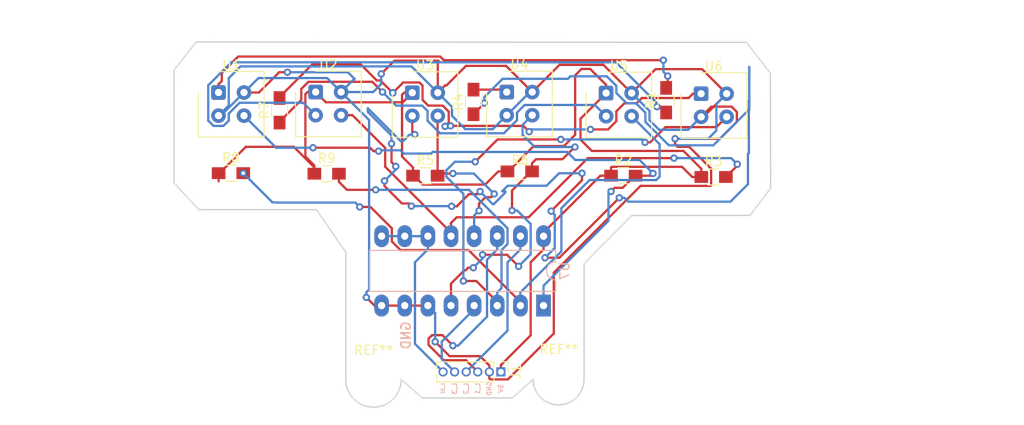
<source format=kicad_pcb>
(kicad_pcb (version 20171130) (host pcbnew "(5.0.1)-4")

  (general
    (thickness 1.6)
    (drawings 42)
    (tracks 497)
    (zones 0)
    (modules 19)
    (nets 19)
  )

  (page A4)
  (layers
    (0 F.Cu signal)
    (31 B.Cu signal)
    (32 B.Adhes user)
    (33 F.Adhes user)
    (34 B.Paste user)
    (35 F.Paste user)
    (36 B.SilkS user)
    (37 F.SilkS user)
    (38 B.Mask user)
    (39 F.Mask user)
    (40 Dwgs.User user)
    (41 Cmts.User user)
    (42 Eco1.User user)
    (43 Eco2.User user)
    (44 Edge.Cuts user)
    (45 Margin user)
    (46 B.CrtYd user)
    (47 F.CrtYd user)
    (48 B.Fab user)
    (49 F.Fab user)
  )

  (setup
    (last_trace_width 0.25)
    (trace_clearance 0.2)
    (zone_clearance 0.508)
    (zone_45_only no)
    (trace_min 0.2)
    (segment_width 0.2)
    (edge_width 0.15)
    (via_size 0.8)
    (via_drill 0.4)
    (via_min_size 0.4)
    (via_min_drill 0.3)
    (uvia_size 0.3)
    (uvia_drill 0.1)
    (uvias_allowed no)
    (uvia_min_size 0.2)
    (uvia_min_drill 0.1)
    (pcb_text_width 0.3)
    (pcb_text_size 1.5 1.5)
    (mod_edge_width 0.15)
    (mod_text_size 1 1)
    (mod_text_width 0.15)
    (pad_size 1.524 1.524)
    (pad_drill 0.762)
    (pad_to_mask_clearance 0.051)
    (solder_mask_min_width 0.25)
    (aux_axis_origin 0 0)
    (visible_elements 7FFFFFFF)
    (pcbplotparams
      (layerselection 0x010fc_ffffffff)
      (usegerberextensions false)
      (usegerberattributes false)
      (usegerberadvancedattributes false)
      (creategerberjobfile false)
      (excludeedgelayer true)
      (linewidth 0.100000)
      (plotframeref false)
      (viasonmask false)
      (mode 1)
      (useauxorigin false)
      (hpglpennumber 1)
      (hpglpenspeed 20)
      (hpglpendiameter 15.000000)
      (psnegative false)
      (psa4output false)
      (plotreference true)
      (plotvalue true)
      (plotinvisibletext false)
      (padsonsilk false)
      (subtractmaskfromsilk false)
      (outputformat 1)
      (mirror false)
      (drillshape 1)
      (scaleselection 1)
      (outputdirectory ""))
  )

  (net 0 "")
  (net 1 /linea_selec)
  (net 2 /linea3)
  (net 3 /linea2)
  (net 4 /linea1)
  (net 5 GND)
  (net 6 +5V)
  (net 7 "Net-(R1-Pad2)")
  (net 8 "Net-(R1-Pad1)")
  (net 9 /sensor4)
  (net 10 /sensor1)
  (net 11 "Net-(R4-Pad1)")
  (net 12 "Net-(R4-Pad2)")
  (net 13 /sensor2)
  (net 14 /sensor5)
  (net 15 "Net-(R7-Pad2)")
  (net 16 "Net-(R7-Pad1)")
  (net 17 /sensor3)
  (net 18 /sensor6)

  (net_class Default "Esta es la clase de red por defecto."
    (clearance 0.2)
    (trace_width 0.25)
    (via_dia 0.8)
    (via_drill 0.4)
    (uvia_dia 0.3)
    (uvia_drill 0.1)
    (add_net +5V)
    (add_net /linea1)
    (add_net /linea2)
    (add_net /linea3)
    (add_net /linea_selec)
    (add_net /sensor1)
    (add_net /sensor2)
    (add_net /sensor3)
    (add_net /sensor4)
    (add_net /sensor5)
    (add_net /sensor6)
    (add_net GND)
    (add_net "Net-(R1-Pad1)")
    (add_net "Net-(R1-Pad2)")
    (add_net "Net-(R4-Pad1)")
    (add_net "Net-(R4-Pad2)")
    (add_net "Net-(R7-Pad1)")
    (add_net "Net-(R7-Pad2)")
  )

  (module Pin_Headers:Pin_Header_Straight_1x06_Pitch1.27mm (layer F.Cu) (tedit 59650535) (tstamp 5BF00754)
    (at 127.27 87.57 270)
    (descr "Through hole straight pin header, 1x06, 1.27mm pitch, single row")
    (tags "Through hole pin header THT 1x06 1.27mm single row")
    (path /5BF40C6D)
    (fp_text reference J1 (at 0 -1.695 270) (layer F.SilkS)
      (effects (font (size 1 1) (thickness 0.15)))
    )
    (fp_text value Conn_01x06_Female (at 4.99 4.02) (layer F.Fab)
      (effects (font (size 1 1) (thickness 0.15)))
    )
    (fp_line (start -0.525 -0.635) (end 1.05 -0.635) (layer F.Fab) (width 0.1))
    (fp_line (start 1.05 -0.635) (end 1.05 6.985) (layer F.Fab) (width 0.1))
    (fp_line (start 1.05 6.985) (end -1.05 6.985) (layer F.Fab) (width 0.1))
    (fp_line (start -1.05 6.985) (end -1.05 -0.11) (layer F.Fab) (width 0.1))
    (fp_line (start -1.05 -0.11) (end -0.525 -0.635) (layer F.Fab) (width 0.1))
    (fp_line (start -1.11 7.045) (end -0.30753 7.045) (layer F.SilkS) (width 0.12))
    (fp_line (start 0.30753 7.045) (end 1.11 7.045) (layer F.SilkS) (width 0.12))
    (fp_line (start -1.11 0.76) (end -1.11 7.045) (layer F.SilkS) (width 0.12))
    (fp_line (start 1.11 0.76) (end 1.11 7.045) (layer F.SilkS) (width 0.12))
    (fp_line (start -1.11 0.76) (end -0.563471 0.76) (layer F.SilkS) (width 0.12))
    (fp_line (start 0.563471 0.76) (end 1.11 0.76) (layer F.SilkS) (width 0.12))
    (fp_line (start -1.11 0) (end -1.11 -0.76) (layer F.SilkS) (width 0.12))
    (fp_line (start -1.11 -0.76) (end 0 -0.76) (layer F.SilkS) (width 0.12))
    (fp_line (start -1.55 -1.15) (end -1.55 7.5) (layer F.CrtYd) (width 0.05))
    (fp_line (start -1.55 7.5) (end 1.55 7.5) (layer F.CrtYd) (width 0.05))
    (fp_line (start 1.55 7.5) (end 1.55 -1.15) (layer F.CrtYd) (width 0.05))
    (fp_line (start 1.55 -1.15) (end -1.55 -1.15) (layer F.CrtYd) (width 0.05))
    (fp_text user %R (at 3.284199 -2.404599) (layer F.Fab)
      (effects (font (size 1 1) (thickness 0.15)))
    )
    (pad 1 thru_hole rect (at 0 0 270) (size 1 1) (drill 0.65) (layers *.Cu *.Mask)
      (net 6 +5V))
    (pad 2 thru_hole oval (at 0 1.27 270) (size 1 1) (drill 0.65) (layers *.Cu *.Mask)
      (net 5 GND))
    (pad 3 thru_hole oval (at 0 2.54 270) (size 1 1) (drill 0.65) (layers *.Cu *.Mask)
      (net 4 /linea1))
    (pad 4 thru_hole oval (at 0 3.81 270) (size 1 1) (drill 0.65) (layers *.Cu *.Mask)
      (net 3 /linea2))
    (pad 5 thru_hole oval (at 0 5.08 270) (size 1 1) (drill 0.65) (layers *.Cu *.Mask)
      (net 2 /linea3))
    (pad 6 thru_hole oval (at 0 6.35 270) (size 1 1) (drill 0.65) (layers *.Cu *.Mask)
      (net 1 /linea_selec))
    (model ${KISYS3DMOD}/Pin_Headers.3dshapes/Pin_Header_Straight_1x06_Pitch1.27mm.wrl
      (at (xyz 0 0 0))
      (scale (xyz 1 1 1))
      (rotate (xyz 0 0 0))
    )
  )

  (module Resistors_SMD:R_0805_HandSoldering (layer F.Cu) (tedit 58E0A804) (tstamp 5BF00765)
    (at 145.41 57.74 90)
    (descr "Resistor SMD 0805, hand soldering")
    (tags "resistor 0805")
    (path /5BF1B124)
    (attr smd)
    (fp_text reference R1 (at 0 -1.7 90) (layer F.SilkS)
      (effects (font (size 1 1) (thickness 0.15)))
    )
    (fp_text value 82 (at 0 1.75 90) (layer F.Fab)
      (effects (font (size 1 1) (thickness 0.15)))
    )
    (fp_line (start 2.35 0.9) (end -2.35 0.9) (layer F.CrtYd) (width 0.05))
    (fp_line (start 2.35 0.9) (end 2.35 -0.9) (layer F.CrtYd) (width 0.05))
    (fp_line (start -2.35 -0.9) (end -2.35 0.9) (layer F.CrtYd) (width 0.05))
    (fp_line (start -2.35 -0.9) (end 2.35 -0.9) (layer F.CrtYd) (width 0.05))
    (fp_line (start -0.6 -0.88) (end 0.6 -0.88) (layer F.SilkS) (width 0.12))
    (fp_line (start 0.6 0.88) (end -0.6 0.88) (layer F.SilkS) (width 0.12))
    (fp_line (start -1 -0.62) (end 1 -0.62) (layer F.Fab) (width 0.1))
    (fp_line (start 1 -0.62) (end 1 0.62) (layer F.Fab) (width 0.1))
    (fp_line (start 1 0.62) (end -1 0.62) (layer F.Fab) (width 0.1))
    (fp_line (start -1 0.62) (end -1 -0.62) (layer F.Fab) (width 0.1))
    (fp_text user %R (at 0 0 90) (layer F.Fab)
      (effects (font (size 0.5 0.5) (thickness 0.075)))
    )
    (pad 2 smd rect (at 1.35 0 90) (size 1.5 1.3) (layers F.Cu F.Paste F.Mask)
      (net 7 "Net-(R1-Pad2)"))
    (pad 1 smd rect (at -1.35 0 90) (size 1.5 1.3) (layers F.Cu F.Paste F.Mask)
      (net 8 "Net-(R1-Pad1)"))
    (model ${KISYS3DMOD}/Resistors_SMD.3dshapes/R_0805.wrl
      (at (xyz 0 0 0))
      (scale (xyz 1 1 1))
      (rotate (xyz 0 0 0))
    )
  )

  (module Resistors_SMD:R_0805_HandSoldering (layer F.Cu) (tedit 58E0A804) (tstamp 5BF00776)
    (at 140.71 66.03)
    (descr "Resistor SMD 0805, hand soldering")
    (tags "resistor 0805")
    (path /5BEFFAFD)
    (attr smd)
    (fp_text reference R2 (at 0 -1.7) (layer F.SilkS)
      (effects (font (size 1 1) (thickness 0.15)))
    )
    (fp_text value 10k (at 0 1.75) (layer F.Fab)
      (effects (font (size 1 1) (thickness 0.15)))
    )
    (fp_line (start 2.35 0.9) (end -2.35 0.9) (layer F.CrtYd) (width 0.05))
    (fp_line (start 2.35 0.9) (end 2.35 -0.9) (layer F.CrtYd) (width 0.05))
    (fp_line (start -2.35 -0.9) (end -2.35 0.9) (layer F.CrtYd) (width 0.05))
    (fp_line (start -2.35 -0.9) (end 2.35 -0.9) (layer F.CrtYd) (width 0.05))
    (fp_line (start -0.6 -0.88) (end 0.6 -0.88) (layer F.SilkS) (width 0.12))
    (fp_line (start 0.6 0.88) (end -0.6 0.88) (layer F.SilkS) (width 0.12))
    (fp_line (start -1 -0.62) (end 1 -0.62) (layer F.Fab) (width 0.1))
    (fp_line (start 1 -0.62) (end 1 0.62) (layer F.Fab) (width 0.1))
    (fp_line (start 1 0.62) (end -1 0.62) (layer F.Fab) (width 0.1))
    (fp_line (start -1 0.62) (end -1 -0.62) (layer F.Fab) (width 0.1))
    (fp_text user %R (at 0 0) (layer F.Fab)
      (effects (font (size 0.5 0.5) (thickness 0.075)))
    )
    (pad 2 smd rect (at 1.35 0) (size 1.5 1.3) (layers F.Cu F.Paste F.Mask)
      (net 9 /sensor4))
    (pad 1 smd rect (at -1.35 0) (size 1.5 1.3) (layers F.Cu F.Paste F.Mask)
      (net 6 +5V))
    (model ${KISYS3DMOD}/Resistors_SMD.3dshapes/R_0805.wrl
      (at (xyz 0 0 0))
      (scale (xyz 1 1 1))
      (rotate (xyz 0 0 0))
    )
  )

  (module Resistors_SMD:R_0805_HandSoldering (layer F.Cu) (tedit 58E0A804) (tstamp 5BF00787)
    (at 150.62 66.17)
    (descr "Resistor SMD 0805, hand soldering")
    (tags "resistor 0805")
    (path /5BEFFA29)
    (attr smd)
    (fp_text reference R3 (at 0 -1.7) (layer F.SilkS)
      (effects (font (size 1 1) (thickness 0.15)))
    )
    (fp_text value 10k (at 0 1.75) (layer F.Fab)
      (effects (font (size 1 1) (thickness 0.15)))
    )
    (fp_text user %R (at 0 0) (layer F.Fab)
      (effects (font (size 0.5 0.5) (thickness 0.075)))
    )
    (fp_line (start -1 0.62) (end -1 -0.62) (layer F.Fab) (width 0.1))
    (fp_line (start 1 0.62) (end -1 0.62) (layer F.Fab) (width 0.1))
    (fp_line (start 1 -0.62) (end 1 0.62) (layer F.Fab) (width 0.1))
    (fp_line (start -1 -0.62) (end 1 -0.62) (layer F.Fab) (width 0.1))
    (fp_line (start 0.6 0.88) (end -0.6 0.88) (layer F.SilkS) (width 0.12))
    (fp_line (start -0.6 -0.88) (end 0.6 -0.88) (layer F.SilkS) (width 0.12))
    (fp_line (start -2.35 -0.9) (end 2.35 -0.9) (layer F.CrtYd) (width 0.05))
    (fp_line (start -2.35 -0.9) (end -2.35 0.9) (layer F.CrtYd) (width 0.05))
    (fp_line (start 2.35 0.9) (end 2.35 -0.9) (layer F.CrtYd) (width 0.05))
    (fp_line (start 2.35 0.9) (end -2.35 0.9) (layer F.CrtYd) (width 0.05))
    (pad 1 smd rect (at -1.35 0) (size 1.5 1.3) (layers F.Cu F.Paste F.Mask)
      (net 6 +5V))
    (pad 2 smd rect (at 1.35 0) (size 1.5 1.3) (layers F.Cu F.Paste F.Mask)
      (net 10 /sensor1))
    (model ${KISYS3DMOD}/Resistors_SMD.3dshapes/R_0805.wrl
      (at (xyz 0 0 0))
      (scale (xyz 1 1 1))
      (rotate (xyz 0 0 0))
    )
  )

  (module Resistors_SMD:R_0805_HandSoldering (layer F.Cu) (tedit 58E0A804) (tstamp 5BF00798)
    (at 124.26 57.93 90)
    (descr "Resistor SMD 0805, hand soldering")
    (tags "resistor 0805")
    (path /5BF1C11B)
    (attr smd)
    (fp_text reference R4 (at 0 -1.7 90) (layer F.SilkS)
      (effects (font (size 1 1) (thickness 0.15)))
    )
    (fp_text value 82 (at 0 1.75 90) (layer F.Fab)
      (effects (font (size 1 1) (thickness 0.15)))
    )
    (fp_text user %R (at 0 0 270) (layer F.Fab)
      (effects (font (size 0.5 0.5) (thickness 0.075)))
    )
    (fp_line (start -1 0.62) (end -1 -0.62) (layer F.Fab) (width 0.1))
    (fp_line (start 1 0.62) (end -1 0.62) (layer F.Fab) (width 0.1))
    (fp_line (start 1 -0.62) (end 1 0.62) (layer F.Fab) (width 0.1))
    (fp_line (start -1 -0.62) (end 1 -0.62) (layer F.Fab) (width 0.1))
    (fp_line (start 0.6 0.88) (end -0.6 0.88) (layer F.SilkS) (width 0.12))
    (fp_line (start -0.6 -0.88) (end 0.6 -0.88) (layer F.SilkS) (width 0.12))
    (fp_line (start -2.35 -0.9) (end 2.35 -0.9) (layer F.CrtYd) (width 0.05))
    (fp_line (start -2.35 -0.9) (end -2.35 0.9) (layer F.CrtYd) (width 0.05))
    (fp_line (start 2.35 0.9) (end 2.35 -0.9) (layer F.CrtYd) (width 0.05))
    (fp_line (start 2.35 0.9) (end -2.35 0.9) (layer F.CrtYd) (width 0.05))
    (pad 1 smd rect (at -1.35 0 90) (size 1.5 1.3) (layers F.Cu F.Paste F.Mask)
      (net 11 "Net-(R4-Pad1)"))
    (pad 2 smd rect (at 1.35 0 90) (size 1.5 1.3) (layers F.Cu F.Paste F.Mask)
      (net 12 "Net-(R4-Pad2)"))
    (model ${KISYS3DMOD}/Resistors_SMD.3dshapes/R_0805.wrl
      (at (xyz 0 0 0))
      (scale (xyz 1 1 1))
      (rotate (xyz 0 0 0))
    )
  )

  (module Resistors_SMD:R_0805_HandSoldering (layer F.Cu) (tedit 58E0A804) (tstamp 5BF007A9)
    (at 118.97 66.03)
    (descr "Resistor SMD 0805, hand soldering")
    (tags "resistor 0805")
    (path /5BEFFA81)
    (attr smd)
    (fp_text reference R5 (at 0 -1.7) (layer F.SilkS)
      (effects (font (size 1 1) (thickness 0.15)))
    )
    (fp_text value 10k (at 0 1.75) (layer F.Fab)
      (effects (font (size 1 1) (thickness 0.15)))
    )
    (fp_line (start 2.35 0.9) (end -2.35 0.9) (layer F.CrtYd) (width 0.05))
    (fp_line (start 2.35 0.9) (end 2.35 -0.9) (layer F.CrtYd) (width 0.05))
    (fp_line (start -2.35 -0.9) (end -2.35 0.9) (layer F.CrtYd) (width 0.05))
    (fp_line (start -2.35 -0.9) (end 2.35 -0.9) (layer F.CrtYd) (width 0.05))
    (fp_line (start -0.6 -0.88) (end 0.6 -0.88) (layer F.SilkS) (width 0.12))
    (fp_line (start 0.6 0.88) (end -0.6 0.88) (layer F.SilkS) (width 0.12))
    (fp_line (start -1 -0.62) (end 1 -0.62) (layer F.Fab) (width 0.1))
    (fp_line (start 1 -0.62) (end 1 0.62) (layer F.Fab) (width 0.1))
    (fp_line (start 1 0.62) (end -1 0.62) (layer F.Fab) (width 0.1))
    (fp_line (start -1 0.62) (end -1 -0.62) (layer F.Fab) (width 0.1))
    (fp_text user %R (at 0 0) (layer F.Fab)
      (effects (font (size 0.5 0.5) (thickness 0.075)))
    )
    (pad 2 smd rect (at 1.35 0) (size 1.5 1.3) (layers F.Cu F.Paste F.Mask)
      (net 13 /sensor2))
    (pad 1 smd rect (at -1.35 0) (size 1.5 1.3) (layers F.Cu F.Paste F.Mask)
      (net 6 +5V))
    (model ${KISYS3DMOD}/Resistors_SMD.3dshapes/R_0805.wrl
      (at (xyz 0 0 0))
      (scale (xyz 1 1 1))
      (rotate (xyz 0 0 0))
    )
  )

  (module Resistors_SMD:R_0805_HandSoldering (layer F.Cu) (tedit 58E0A804) (tstamp 5BF007BA)
    (at 129.34 65.56)
    (descr "Resistor SMD 0805, hand soldering")
    (tags "resistor 0805")
    (path /5BEFFB37)
    (attr smd)
    (fp_text reference R6 (at 0.064599 -1.230801) (layer F.SilkS)
      (effects (font (size 1 1) (thickness 0.15)))
    )
    (fp_text value 10k (at 0 1.75) (layer F.Fab)
      (effects (font (size 1 1) (thickness 0.15)))
    )
    (fp_line (start 2.35 0.9) (end -2.35 0.9) (layer F.CrtYd) (width 0.05))
    (fp_line (start 2.35 0.9) (end 2.35 -0.9) (layer F.CrtYd) (width 0.05))
    (fp_line (start -2.35 -0.9) (end -2.35 0.9) (layer F.CrtYd) (width 0.05))
    (fp_line (start -2.35 -0.9) (end 2.35 -0.9) (layer F.CrtYd) (width 0.05))
    (fp_line (start -0.6 -0.88) (end 0.6 -0.88) (layer F.SilkS) (width 0.12))
    (fp_line (start 0.6 0.88) (end -0.6 0.88) (layer F.SilkS) (width 0.12))
    (fp_line (start -1 -0.62) (end 1 -0.62) (layer F.Fab) (width 0.1))
    (fp_line (start 1 -0.62) (end 1 0.62) (layer F.Fab) (width 0.1))
    (fp_line (start 1 0.62) (end -1 0.62) (layer F.Fab) (width 0.1))
    (fp_line (start -1 0.62) (end -1 -0.62) (layer F.Fab) (width 0.1))
    (fp_text user %R (at 0 0) (layer F.Fab)
      (effects (font (size 0.5 0.5) (thickness 0.075)))
    )
    (pad 2 smd rect (at 1.35 0) (size 1.5 1.3) (layers F.Cu F.Paste F.Mask)
      (net 14 /sensor5))
    (pad 1 smd rect (at -1.35 0) (size 1.5 1.3) (layers F.Cu F.Paste F.Mask)
      (net 6 +5V))
    (model ${KISYS3DMOD}/Resistors_SMD.3dshapes/R_0805.wrl
      (at (xyz 0 0 0))
      (scale (xyz 1 1 1))
      (rotate (xyz 0 0 0))
    )
  )

  (module Resistors_SMD:R_0805_HandSoldering (layer F.Cu) (tedit 58E0A804) (tstamp 5BF007CB)
    (at 102.97 58.85 90)
    (descr "Resistor SMD 0805, hand soldering")
    (tags "resistor 0805")
    (path /5BF1C177)
    (attr smd)
    (fp_text reference R7 (at 0 -1.7 90) (layer F.SilkS)
      (effects (font (size 1 1) (thickness 0.15)))
    )
    (fp_text value 82 (at 0.264599 1.739199 90) (layer F.Fab)
      (effects (font (size 1 1) (thickness 0.15)))
    )
    (fp_line (start 2.35 0.9) (end -2.35 0.9) (layer F.CrtYd) (width 0.05))
    (fp_line (start 2.35 0.9) (end 2.35 -0.9) (layer F.CrtYd) (width 0.05))
    (fp_line (start -2.35 -0.9) (end -2.35 0.9) (layer F.CrtYd) (width 0.05))
    (fp_line (start -2.35 -0.9) (end 2.35 -0.9) (layer F.CrtYd) (width 0.05))
    (fp_line (start -0.6 -0.88) (end 0.6 -0.88) (layer F.SilkS) (width 0.12))
    (fp_line (start 0.6 0.88) (end -0.6 0.88) (layer F.SilkS) (width 0.12))
    (fp_line (start -1 -0.62) (end 1 -0.62) (layer F.Fab) (width 0.1))
    (fp_line (start 1 -0.62) (end 1 0.62) (layer F.Fab) (width 0.1))
    (fp_line (start 1 0.62) (end -1 0.62) (layer F.Fab) (width 0.1))
    (fp_line (start -1 0.62) (end -1 -0.62) (layer F.Fab) (width 0.1))
    (fp_text user %R (at 0 0 90) (layer F.Fab)
      (effects (font (size 0.5 0.5) (thickness 0.075)))
    )
    (pad 2 smd rect (at 1.35 0 90) (size 1.5 1.3) (layers F.Cu F.Paste F.Mask)
      (net 15 "Net-(R7-Pad2)"))
    (pad 1 smd rect (at -1.35 0 90) (size 1.5 1.3) (layers F.Cu F.Paste F.Mask)
      (net 16 "Net-(R7-Pad1)"))
    (model ${KISYS3DMOD}/Resistors_SMD.3dshapes/R_0805.wrl
      (at (xyz 0 0 0))
      (scale (xyz 1 1 1))
      (rotate (xyz 0 0 0))
    )
  )

  (module Resistors_SMD:R_0805_HandSoldering (layer F.Cu) (tedit 58E0A804) (tstamp 5BF007DC)
    (at 97.63 65.75)
    (descr "Resistor SMD 0805, hand soldering")
    (tags "resistor 0805")
    (path /5BEFFABB)
    (attr smd)
    (fp_text reference R8 (at 0 -1.7) (layer F.SilkS)
      (effects (font (size 1 1) (thickness 0.15)))
    )
    (fp_text value 10k (at 0 1.75) (layer F.Fab)
      (effects (font (size 1 1) (thickness 0.15)))
    )
    (fp_text user %R (at 0 0) (layer F.Fab)
      (effects (font (size 0.5 0.5) (thickness 0.075)))
    )
    (fp_line (start -1 0.62) (end -1 -0.62) (layer F.Fab) (width 0.1))
    (fp_line (start 1 0.62) (end -1 0.62) (layer F.Fab) (width 0.1))
    (fp_line (start 1 -0.62) (end 1 0.62) (layer F.Fab) (width 0.1))
    (fp_line (start -1 -0.62) (end 1 -0.62) (layer F.Fab) (width 0.1))
    (fp_line (start 0.6 0.88) (end -0.6 0.88) (layer F.SilkS) (width 0.12))
    (fp_line (start -0.6 -0.88) (end 0.6 -0.88) (layer F.SilkS) (width 0.12))
    (fp_line (start -2.35 -0.9) (end 2.35 -0.9) (layer F.CrtYd) (width 0.05))
    (fp_line (start -2.35 -0.9) (end -2.35 0.9) (layer F.CrtYd) (width 0.05))
    (fp_line (start 2.35 0.9) (end 2.35 -0.9) (layer F.CrtYd) (width 0.05))
    (fp_line (start 2.35 0.9) (end -2.35 0.9) (layer F.CrtYd) (width 0.05))
    (pad 1 smd rect (at -1.35 0) (size 1.5 1.3) (layers F.Cu F.Paste F.Mask)
      (net 6 +5V))
    (pad 2 smd rect (at 1.35 0) (size 1.5 1.3) (layers F.Cu F.Paste F.Mask)
      (net 17 /sensor3))
    (model ${KISYS3DMOD}/Resistors_SMD.3dshapes/R_0805.wrl
      (at (xyz 0 0 0))
      (scale (xyz 1 1 1))
      (rotate (xyz 0 0 0))
    )
  )

  (module Resistors_SMD:R_0805_HandSoldering (layer F.Cu) (tedit 58E0A804) (tstamp 5BF007ED)
    (at 108.14 65.81)
    (descr "Resistor SMD 0805, hand soldering")
    (tags "resistor 0805")
    (path /5BEFFB73)
    (attr smd)
    (fp_text reference R9 (at 0 -1.7) (layer F.SilkS)
      (effects (font (size 1 1) (thickness 0.15)))
    )
    (fp_text value 10k (at 0 1.75) (layer F.Fab)
      (effects (font (size 1 1) (thickness 0.15)))
    )
    (fp_text user %R (at 0 0) (layer F.Fab)
      (effects (font (size 0.5 0.5) (thickness 0.075)))
    )
    (fp_line (start -1 0.62) (end -1 -0.62) (layer F.Fab) (width 0.1))
    (fp_line (start 1 0.62) (end -1 0.62) (layer F.Fab) (width 0.1))
    (fp_line (start 1 -0.62) (end 1 0.62) (layer F.Fab) (width 0.1))
    (fp_line (start -1 -0.62) (end 1 -0.62) (layer F.Fab) (width 0.1))
    (fp_line (start 0.6 0.88) (end -0.6 0.88) (layer F.SilkS) (width 0.12))
    (fp_line (start -0.6 -0.88) (end 0.6 -0.88) (layer F.SilkS) (width 0.12))
    (fp_line (start -2.35 -0.9) (end 2.35 -0.9) (layer F.CrtYd) (width 0.05))
    (fp_line (start -2.35 -0.9) (end -2.35 0.9) (layer F.CrtYd) (width 0.05))
    (fp_line (start 2.35 0.9) (end 2.35 -0.9) (layer F.CrtYd) (width 0.05))
    (fp_line (start 2.35 0.9) (end -2.35 0.9) (layer F.CrtYd) (width 0.05))
    (pad 1 smd rect (at -1.35 0) (size 1.5 1.3) (layers F.Cu F.Paste F.Mask)
      (net 6 +5V))
    (pad 2 smd rect (at 1.35 0) (size 1.5 1.3) (layers F.Cu F.Paste F.Mask)
      (net 18 /sensor6))
    (model ${KISYS3DMOD}/Resistors_SMD.3dshapes/R_0805.wrl
      (at (xyz 0 0 0))
      (scale (xyz 1 1 1))
      (rotate (xyz 0 0 0))
    )
  )

  (module Housings_DIP:DIP-16_W7.62mm_LongPads (layer B.Cu) (tedit 59C78D6B) (tstamp 5BF00811)
    (at 131.95 80.29 90)
    (descr "16-lead though-hole mounted DIP package, row spacing 7.62 mm (300 mils), LongPads")
    (tags "THT DIP DIL PDIP 2.54mm 7.62mm 300mil LongPads")
    (path /5BF204D5)
    (fp_text reference U7 (at 3.81 2.33 90) (layer B.SilkS)
      (effects (font (size 1 1) (thickness 0.15)) (justify mirror))
    )
    (fp_text value 4053 (at 3.81 -20.11 90) (layer B.Fab)
      (effects (font (size 1 1) (thickness 0.15)) (justify mirror))
    )
    (fp_text user %R (at 3.81 -8.89 90) (layer B.Fab)
      (effects (font (size 1 1) (thickness 0.15)) (justify mirror))
    )
    (fp_line (start 9.1 1.55) (end -1.45 1.55) (layer B.CrtYd) (width 0.05))
    (fp_line (start 9.1 -19.3) (end 9.1 1.55) (layer B.CrtYd) (width 0.05))
    (fp_line (start -1.45 -19.3) (end 9.1 -19.3) (layer B.CrtYd) (width 0.05))
    (fp_line (start -1.45 1.55) (end -1.45 -19.3) (layer B.CrtYd) (width 0.05))
    (fp_line (start 6.06 1.33) (end 4.81 1.33) (layer B.SilkS) (width 0.12))
    (fp_line (start 6.06 -19.11) (end 6.06 1.33) (layer B.SilkS) (width 0.12))
    (fp_line (start 1.56 -19.11) (end 6.06 -19.11) (layer B.SilkS) (width 0.12))
    (fp_line (start 1.56 1.33) (end 1.56 -19.11) (layer B.SilkS) (width 0.12))
    (fp_line (start 2.81 1.33) (end 1.56 1.33) (layer B.SilkS) (width 0.12))
    (fp_line (start 0.635 0.27) (end 1.635 1.27) (layer B.Fab) (width 0.1))
    (fp_line (start 0.635 -19.05) (end 0.635 0.27) (layer B.Fab) (width 0.1))
    (fp_line (start 6.985 -19.05) (end 0.635 -19.05) (layer B.Fab) (width 0.1))
    (fp_line (start 6.985 1.27) (end 6.985 -19.05) (layer B.Fab) (width 0.1))
    (fp_line (start 1.635 1.27) (end 6.985 1.27) (layer B.Fab) (width 0.1))
    (fp_arc (start 3.81 1.33) (end 2.81 1.33) (angle 180) (layer B.SilkS) (width 0.12))
    (pad 16 thru_hole oval (at 7.62 0 90) (size 2.4 1.6) (drill 0.8) (layers *.Cu *.Mask)
      (net 6 +5V))
    (pad 8 thru_hole oval (at 0 -17.78 90) (size 2.4 1.6) (drill 0.8) (layers *.Cu *.Mask)
      (net 5 GND))
    (pad 15 thru_hole oval (at 7.62 -2.54 90) (size 2.4 1.6) (drill 0.8) (layers *.Cu *.Mask)
      (net 3 /linea2))
    (pad 7 thru_hole oval (at 0 -15.24 90) (size 2.4 1.6) (drill 0.8) (layers *.Cu *.Mask)
      (net 5 GND))
    (pad 14 thru_hole oval (at 7.62 -5.08 90) (size 2.4 1.6) (drill 0.8) (layers *.Cu *.Mask)
      (net 4 /linea1))
    (pad 6 thru_hole oval (at 0 -12.7 90) (size 2.4 1.6) (drill 0.8) (layers *.Cu *.Mask)
      (net 5 GND))
    (pad 13 thru_hole oval (at 7.62 -7.62 90) (size 2.4 1.6) (drill 0.8) (layers *.Cu *.Mask)
      (net 13 /sensor2))
    (pad 5 thru_hole oval (at 0 -10.16 90) (size 2.4 1.6) (drill 0.8) (layers *.Cu *.Mask)
      (net 14 /sensor5))
    (pad 12 thru_hole oval (at 7.62 -10.16 90) (size 2.4 1.6) (drill 0.8) (layers *.Cu *.Mask)
      (net 10 /sensor1))
    (pad 4 thru_hole oval (at 0 -7.62 90) (size 2.4 1.6) (drill 0.8) (layers *.Cu *.Mask)
      (net 2 /linea3))
    (pad 11 thru_hole oval (at 7.62 -12.7 90) (size 2.4 1.6) (drill 0.8) (layers *.Cu *.Mask)
      (net 1 /linea_selec))
    (pad 3 thru_hole oval (at 0 -5.08 90) (size 2.4 1.6) (drill 0.8) (layers *.Cu *.Mask)
      (net 18 /sensor6))
    (pad 10 thru_hole oval (at 7.62 -15.24 90) (size 2.4 1.6) (drill 0.8) (layers *.Cu *.Mask)
      (net 1 /linea_selec))
    (pad 2 thru_hole oval (at 0 -2.54 90) (size 2.4 1.6) (drill 0.8) (layers *.Cu *.Mask)
      (net 17 /sensor3))
    (pad 9 thru_hole oval (at 7.62 -17.78 90) (size 2.4 1.6) (drill 0.8) (layers *.Cu *.Mask)
      (net 1 /linea_selec))
    (pad 1 thru_hole rect (at 0 0 90) (size 2.4 1.6) (drill 0.8) (layers *.Cu *.Mask)
      (net 9 /sensor4))
    (model ${KISYS3DMOD}/Housings_DIP.3dshapes/DIP-16_W7.62mm.wrl
      (at (xyz 0 0 0))
      (scale (xyz 1 1 1))
      (rotate (xyz 0 0 0))
    )
  )

  (module OptoDevice:Vishay_CNY70 (layer F.Cu) (tedit 5B8AF8E9) (tstamp 5BF01AA2)
    (at 96.266 56.896)
    (descr "package for Vishay CNY70 refective photo coupler/interrupter")
    (tags "Vishay CNY70 refective photo coupler")
    (path /5BEFF33A)
    (fp_text reference U1 (at 1.4 -3) (layer F.SilkS)
      (effects (font (size 1 1) (thickness 0.15)))
    )
    (fp_text value CNY70 (at 1.4 5.8) (layer B.Fab)
      (effects (font (size 1 1) (thickness 0.15)) (justify mirror))
    )
    (fp_text user %R (at 1.333399 -3.084601) (layer F.Fab)
      (effects (font (size 1 1) (thickness 0.15)))
    )
    (fp_line (start 5 4.9) (end 5 -2.3) (layer F.SilkS) (width 0.12))
    (fp_line (start -2.2 4.9) (end 5 4.9) (layer F.SilkS) (width 0.12))
    (fp_line (start -2.2 0) (end -2.2 4.9) (layer F.SilkS) (width 0.12))
    (fp_line (start 5 -2.3) (end 0 -2.3) (layer F.SilkS) (width 0.12))
    (fp_line (start -1.1 3.9) (end 3.9 3.9) (layer F.Fab) (width 0.1))
    (fp_line (start -1.1 -1.2) (end -1.1 3.9) (layer F.Fab) (width 0.1))
    (fp_line (start 3.9 -1.2) (end -1.1 -1.2) (layer F.Fab) (width 0.1))
    (fp_line (start 3.9 3.9) (end 3.9 -1.2) (layer F.Fab) (width 0.1))
    (fp_line (start 1.2 4.5) (end 1.2 4.8) (layer F.Fab) (width 0.1))
    (fp_line (start 1.6 4.5) (end 1.2 4.5) (layer F.Fab) (width 0.1))
    (fp_line (start 1.6 4.8) (end 1.6 4.5) (layer F.Fab) (width 0.1))
    (fp_line (start 1.6 -1.9) (end 1.6 -2.2) (layer F.Fab) (width 0.1))
    (fp_line (start 1.2 -1.9) (end 1.6 -1.9) (layer F.Fab) (width 0.1))
    (fp_line (start 1.2 -2.2) (end 1.2 -1.9) (layer F.Fab) (width 0.1))
    (fp_line (start -2.1 -1.2) (end -1.1 -2.2) (layer F.Fab) (width 0.1))
    (fp_line (start -2.1 4.8) (end -2.1 -1.2) (layer F.Fab) (width 0.1))
    (fp_line (start 4.9 4.8) (end -2.1 4.8) (layer F.Fab) (width 0.1))
    (fp_line (start 4.9 -2.2) (end 4.9 4.8) (layer F.Fab) (width 0.1))
    (fp_line (start -1.1 -2.2) (end 4.9 -2.2) (layer F.Fab) (width 0.1))
    (fp_line (start -2.35 -2.45) (end 5.15 -2.45) (layer F.CrtYd) (width 0.05))
    (fp_line (start -2.35 -2.45) (end -2.35 5.05) (layer F.CrtYd) (width 0.05))
    (fp_line (start 5.15 5.05) (end 5.15 -2.45) (layer F.CrtYd) (width 0.05))
    (fp_line (start 5.15 5.05) (end -2.35 5.05) (layer F.CrtYd) (width 0.05))
    (pad 4 thru_hole circle (at 2.8 0) (size 1.6 1.6) (drill 0.8) (layers *.Cu *.Mask)
      (net 5 GND))
    (pad 3 thru_hole circle (at 2.8 2.54) (size 1.6 1.6) (drill 0.8) (layers *.Cu *.Mask)
      (net 9 /sensor4))
    (pad 2 thru_hole circle (at 0 2.54) (size 1.6 1.6) (drill 0.8) (layers *.Cu *.Mask)
      (net 5 GND))
    (pad 1 thru_hole roundrect (at 0 0) (size 1.6 1.6) (drill 0.8) (layers *.Cu *.Mask) (roundrect_rratio 0.156)
      (net 7 "Net-(R1-Pad2)"))
    (model ${KISYS3DMOD}/OptoDevice.3dshapes/Vishay_CNY70.wrl
      (at (xyz 0 0 0))
      (scale (xyz 1 1 1))
      (rotate (xyz 0 0 0))
    )
  )

  (module OptoDevice:Vishay_CNY70 (layer F.Cu) (tedit 5B8AF8E9) (tstamp 5BF01AC2)
    (at 106.928 56.8452)
    (descr "package for Vishay CNY70 refective photo coupler/interrupter")
    (tags "Vishay CNY70 refective photo coupler")
    (path /5BEFF163)
    (fp_text reference U2 (at 1.4 -3) (layer F.SilkS)
      (effects (font (size 1 1) (thickness 0.15)))
    )
    (fp_text value CNY70 (at 1.4 5.8) (layer F.Fab)
      (effects (font (size 1 1) (thickness 0.15)))
    )
    (fp_line (start 5.15 5.05) (end -2.35 5.05) (layer F.CrtYd) (width 0.05))
    (fp_line (start 5.15 5.05) (end 5.15 -2.45) (layer F.CrtYd) (width 0.05))
    (fp_line (start -2.35 -2.45) (end -2.35 5.05) (layer F.CrtYd) (width 0.05))
    (fp_line (start -2.35 -2.45) (end 5.15 -2.45) (layer F.CrtYd) (width 0.05))
    (fp_line (start -1.1 -2.2) (end 4.9 -2.2) (layer F.Fab) (width 0.1))
    (fp_line (start 4.9 -2.2) (end 4.9 4.8) (layer F.Fab) (width 0.1))
    (fp_line (start 4.9 4.8) (end -2.1 4.8) (layer F.Fab) (width 0.1))
    (fp_line (start -2.1 4.8) (end -2.1 -1.2) (layer F.Fab) (width 0.1))
    (fp_line (start -2.1 -1.2) (end -1.1 -2.2) (layer F.Fab) (width 0.1))
    (fp_line (start 1.2 -2.2) (end 1.2 -1.9) (layer F.Fab) (width 0.1))
    (fp_line (start 1.2 -1.9) (end 1.6 -1.9) (layer F.Fab) (width 0.1))
    (fp_line (start 1.6 -1.9) (end 1.6 -2.2) (layer F.Fab) (width 0.1))
    (fp_line (start 1.6 4.8) (end 1.6 4.5) (layer F.Fab) (width 0.1))
    (fp_line (start 1.6 4.5) (end 1.2 4.5) (layer F.Fab) (width 0.1))
    (fp_line (start 1.2 4.5) (end 1.2 4.8) (layer F.Fab) (width 0.1))
    (fp_line (start 3.9 3.9) (end 3.9 -1.2) (layer F.Fab) (width 0.1))
    (fp_line (start 3.9 -1.2) (end -1.1 -1.2) (layer F.Fab) (width 0.1))
    (fp_line (start -1.1 -1.2) (end -1.1 3.9) (layer F.Fab) (width 0.1))
    (fp_line (start -1.1 3.9) (end 3.9 3.9) (layer F.Fab) (width 0.1))
    (fp_line (start 5 -2.3) (end 0 -2.3) (layer F.SilkS) (width 0.12))
    (fp_line (start -2.2 0) (end -2.2 4.9) (layer F.SilkS) (width 0.12))
    (fp_line (start -2.2 4.9) (end 5 4.9) (layer F.SilkS) (width 0.12))
    (fp_line (start 5 4.9) (end 5 -2.3) (layer F.SilkS) (width 0.12))
    (fp_text user %R (at 1.5 1.4) (layer F.Fab)
      (effects (font (size 1 1) (thickness 0.15)))
    )
    (pad 1 thru_hole roundrect (at 0 0) (size 1.6 1.6) (drill 0.8) (layers *.Cu *.Mask) (roundrect_rratio 0.156)
      (net 6 +5V))
    (pad 2 thru_hole circle (at 0 2.54) (size 1.6 1.6) (drill 0.8) (layers *.Cu *.Mask)
      (net 8 "Net-(R1-Pad1)"))
    (pad 3 thru_hole circle (at 2.8 2.54) (size 1.6 1.6) (drill 0.8) (layers *.Cu *.Mask)
      (net 10 /sensor1))
    (pad 4 thru_hole circle (at 2.8 0) (size 1.6 1.6) (drill 0.8) (layers *.Cu *.Mask)
      (net 5 GND))
    (model ${KISYS3DMOD}/OptoDevice.3dshapes/Vishay_CNY70.wrl
      (at (xyz 0 0 0))
      (scale (xyz 1 1 1))
      (rotate (xyz 0 0 0))
    )
  )

  (module OptoDevice:Vishay_CNY70 (layer F.Cu) (tedit 5B8AF8E9) (tstamp 5BF01AE2)
    (at 117.54 56.92)
    (descr "package for Vishay CNY70 refective photo coupler/interrupter")
    (tags "Vishay CNY70 refective photo coupler")
    (path /5BEFF1F8)
    (fp_text reference U3 (at 1.4 -3) (layer F.SilkS)
      (effects (font (size 1 1) (thickness 0.15)))
    )
    (fp_text value CNY70 (at 1.4 5.8) (layer F.Fab)
      (effects (font (size 1 1) (thickness 0.15)))
    )
    (fp_text user %R (at 1.5 1.4) (layer F.Fab)
      (effects (font (size 1 1) (thickness 0.15)))
    )
    (fp_line (start 5 4.9) (end 5 -2.3) (layer F.SilkS) (width 0.12))
    (fp_line (start -2.2 4.9) (end 5 4.9) (layer F.SilkS) (width 0.12))
    (fp_line (start -2.2 0) (end -2.2 4.9) (layer F.SilkS) (width 0.12))
    (fp_line (start 5 -2.3) (end 0 -2.3) (layer F.SilkS) (width 0.12))
    (fp_line (start -1.1 3.9) (end 3.9 3.9) (layer F.Fab) (width 0.1))
    (fp_line (start -1.1 -1.2) (end -1.1 3.9) (layer F.Fab) (width 0.1))
    (fp_line (start 3.9 -1.2) (end -1.1 -1.2) (layer F.Fab) (width 0.1))
    (fp_line (start 3.9 3.9) (end 3.9 -1.2) (layer F.Fab) (width 0.1))
    (fp_line (start 1.2 4.5) (end 1.2 4.8) (layer F.Fab) (width 0.1))
    (fp_line (start 1.6 4.5) (end 1.2 4.5) (layer F.Fab) (width 0.1))
    (fp_line (start 1.6 4.8) (end 1.6 4.5) (layer F.Fab) (width 0.1))
    (fp_line (start 1.6 -1.9) (end 1.6 -2.2) (layer F.Fab) (width 0.1))
    (fp_line (start 1.2 -1.9) (end 1.6 -1.9) (layer F.Fab) (width 0.1))
    (fp_line (start 1.2 -2.2) (end 1.2 -1.9) (layer F.Fab) (width 0.1))
    (fp_line (start -2.1 -1.2) (end -1.1 -2.2) (layer F.Fab) (width 0.1))
    (fp_line (start -2.1 4.8) (end -2.1 -1.2) (layer F.Fab) (width 0.1))
    (fp_line (start 4.9 4.8) (end -2.1 4.8) (layer F.Fab) (width 0.1))
    (fp_line (start 4.9 -2.2) (end 4.9 4.8) (layer F.Fab) (width 0.1))
    (fp_line (start -1.1 -2.2) (end 4.9 -2.2) (layer F.Fab) (width 0.1))
    (fp_line (start -2.35 -2.45) (end 5.15 -2.45) (layer F.CrtYd) (width 0.05))
    (fp_line (start -2.35 -2.45) (end -2.35 5.05) (layer F.CrtYd) (width 0.05))
    (fp_line (start 5.15 5.05) (end 5.15 -2.45) (layer F.CrtYd) (width 0.05))
    (fp_line (start 5.15 5.05) (end -2.35 5.05) (layer F.CrtYd) (width 0.05))
    (pad 4 thru_hole circle (at 2.8 0) (size 1.6 1.6) (drill 0.8) (layers *.Cu *.Mask)
      (net 5 GND))
    (pad 3 thru_hole circle (at 2.8 2.54) (size 1.6 1.6) (drill 0.8) (layers *.Cu *.Mask)
      (net 13 /sensor2))
    (pad 2 thru_hole circle (at 0 2.54) (size 1.6 1.6) (drill 0.8) (layers *.Cu *.Mask)
      (net 11 "Net-(R4-Pad1)"))
    (pad 1 thru_hole roundrect (at 0 0) (size 1.6 1.6) (drill 0.8) (layers *.Cu *.Mask) (roundrect_rratio 0.156)
      (net 6 +5V))
    (model ${KISYS3DMOD}/OptoDevice.3dshapes/Vishay_CNY70.wrl
      (at (xyz 0 0 0))
      (scale (xyz 1 1 1))
      (rotate (xyz 0 0 0))
    )
  )

  (module OptoDevice:Vishay_CNY70 (layer F.Cu) (tedit 5B8AF8E9) (tstamp 5BF01B02)
    (at 127.91 56.85)
    (descr "package for Vishay CNY70 refective photo coupler/interrupter")
    (tags "Vishay CNY70 refective photo coupler")
    (path /5BEFF340)
    (fp_text reference U4 (at 1.4 -3) (layer F.SilkS)
      (effects (font (size 1 1) (thickness 0.15)))
    )
    (fp_text value CNY70 (at 1.4 5.8) (layer F.Fab)
      (effects (font (size 1 1) (thickness 0.15)))
    )
    (fp_line (start 5.15 5.05) (end -2.35 5.05) (layer F.CrtYd) (width 0.05))
    (fp_line (start 5.15 5.05) (end 5.15 -2.45) (layer F.CrtYd) (width 0.05))
    (fp_line (start -2.35 -2.45) (end -2.35 5.05) (layer F.CrtYd) (width 0.05))
    (fp_line (start -2.35 -2.45) (end 5.15 -2.45) (layer F.CrtYd) (width 0.05))
    (fp_line (start -1.1 -2.2) (end 4.9 -2.2) (layer F.Fab) (width 0.1))
    (fp_line (start 4.9 -2.2) (end 4.9 4.8) (layer F.Fab) (width 0.1))
    (fp_line (start 4.9 4.8) (end -2.1 4.8) (layer F.Fab) (width 0.1))
    (fp_line (start -2.1 4.8) (end -2.1 -1.2) (layer F.Fab) (width 0.1))
    (fp_line (start -2.1 -1.2) (end -1.1 -2.2) (layer F.Fab) (width 0.1))
    (fp_line (start 1.2 -2.2) (end 1.2 -1.9) (layer F.Fab) (width 0.1))
    (fp_line (start 1.2 -1.9) (end 1.6 -1.9) (layer F.Fab) (width 0.1))
    (fp_line (start 1.6 -1.9) (end 1.6 -2.2) (layer F.Fab) (width 0.1))
    (fp_line (start 1.6 4.8) (end 1.6 4.5) (layer F.Fab) (width 0.1))
    (fp_line (start 1.6 4.5) (end 1.2 4.5) (layer F.Fab) (width 0.1))
    (fp_line (start 1.2 4.5) (end 1.2 4.8) (layer F.Fab) (width 0.1))
    (fp_line (start 3.9 3.9) (end 3.9 -1.2) (layer F.Fab) (width 0.1))
    (fp_line (start 3.9 -1.2) (end -1.1 -1.2) (layer F.Fab) (width 0.1))
    (fp_line (start -1.1 -1.2) (end -1.1 3.9) (layer F.Fab) (width 0.1))
    (fp_line (start -1.1 3.9) (end 3.9 3.9) (layer F.Fab) (width 0.1))
    (fp_line (start 5 -2.3) (end 0 -2.3) (layer F.SilkS) (width 0.12))
    (fp_line (start -2.2 0) (end -2.2 4.9) (layer F.SilkS) (width 0.12))
    (fp_line (start -2.2 4.9) (end 5 4.9) (layer F.SilkS) (width 0.12))
    (fp_line (start 5 4.9) (end 5 -2.3) (layer F.SilkS) (width 0.12))
    (fp_text user %R (at 1.5 1.4) (layer F.Fab)
      (effects (font (size 1 1) (thickness 0.15)))
    )
    (pad 1 thru_hole roundrect (at 0 0) (size 1.6 1.6) (drill 0.8) (layers *.Cu *.Mask) (roundrect_rratio 0.156)
      (net 12 "Net-(R4-Pad2)"))
    (pad 2 thru_hole circle (at 0 2.54) (size 1.6 1.6) (drill 0.8) (layers *.Cu *.Mask)
      (net 5 GND))
    (pad 3 thru_hole circle (at 2.8 2.54) (size 1.6 1.6) (drill 0.8) (layers *.Cu *.Mask)
      (net 14 /sensor5))
    (pad 4 thru_hole circle (at 2.8 0) (size 1.6 1.6) (drill 0.8) (layers *.Cu *.Mask)
      (net 5 GND))
    (model ${KISYS3DMOD}/OptoDevice.3dshapes/Vishay_CNY70.wrl
      (at (xyz 0 0 0))
      (scale (xyz 1 1 1))
      (rotate (xyz 0 0 0))
    )
  )

  (module OptoDevice:Vishay_CNY70 (layer F.Cu) (tedit 5B8AF8E9) (tstamp 5BF01B22)
    (at 138.82 56.96)
    (descr "package for Vishay CNY70 refective photo coupler/interrupter")
    (tags "Vishay CNY70 refective photo coupler")
    (path /5BEFF258)
    (fp_text reference U5 (at 1.4 -3) (layer F.SilkS)
      (effects (font (size 1 1) (thickness 0.15)))
    )
    (fp_text value CNY70 (at 1.4 5.8) (layer F.Fab)
      (effects (font (size 1 1) (thickness 0.15)))
    )
    (fp_line (start 5.15 5.05) (end -2.35 5.05) (layer F.CrtYd) (width 0.05))
    (fp_line (start 5.15 5.05) (end 5.15 -2.45) (layer F.CrtYd) (width 0.05))
    (fp_line (start -2.35 -2.45) (end -2.35 5.05) (layer F.CrtYd) (width 0.05))
    (fp_line (start -2.35 -2.45) (end 5.15 -2.45) (layer F.CrtYd) (width 0.05))
    (fp_line (start -1.1 -2.2) (end 4.9 -2.2) (layer F.Fab) (width 0.1))
    (fp_line (start 4.9 -2.2) (end 4.9 4.8) (layer F.Fab) (width 0.1))
    (fp_line (start 4.9 4.8) (end -2.1 4.8) (layer F.Fab) (width 0.1))
    (fp_line (start -2.1 4.8) (end -2.1 -1.2) (layer F.Fab) (width 0.1))
    (fp_line (start -2.1 -1.2) (end -1.1 -2.2) (layer F.Fab) (width 0.1))
    (fp_line (start 1.2 -2.2) (end 1.2 -1.9) (layer F.Fab) (width 0.1))
    (fp_line (start 1.2 -1.9) (end 1.6 -1.9) (layer F.Fab) (width 0.1))
    (fp_line (start 1.6 -1.9) (end 1.6 -2.2) (layer F.Fab) (width 0.1))
    (fp_line (start 1.6 4.8) (end 1.6 4.5) (layer F.Fab) (width 0.1))
    (fp_line (start 1.6 4.5) (end 1.2 4.5) (layer F.Fab) (width 0.1))
    (fp_line (start 1.2 4.5) (end 1.2 4.8) (layer F.Fab) (width 0.1))
    (fp_line (start 3.9 3.9) (end 3.9 -1.2) (layer F.Fab) (width 0.1))
    (fp_line (start 3.9 -1.2) (end -1.1 -1.2) (layer F.Fab) (width 0.1))
    (fp_line (start -1.1 -1.2) (end -1.1 3.9) (layer F.Fab) (width 0.1))
    (fp_line (start -1.1 3.9) (end 3.9 3.9) (layer F.Fab) (width 0.1))
    (fp_line (start 5 -2.3) (end 0 -2.3) (layer F.SilkS) (width 0.12))
    (fp_line (start -2.2 0) (end -2.2 4.9) (layer F.SilkS) (width 0.12))
    (fp_line (start -2.2 4.9) (end 5 4.9) (layer F.SilkS) (width 0.12))
    (fp_line (start 5 4.9) (end 5 -2.3) (layer F.SilkS) (width 0.12))
    (fp_text user %R (at 1.5 1.4) (layer F.Fab)
      (effects (font (size 1 1) (thickness 0.15)))
    )
    (pad 1 thru_hole roundrect (at 0 0) (size 1.6 1.6) (drill 0.8) (layers *.Cu *.Mask) (roundrect_rratio 0.156)
      (net 6 +5V))
    (pad 2 thru_hole circle (at 0 2.54) (size 1.6 1.6) (drill 0.8) (layers *.Cu *.Mask)
      (net 16 "Net-(R7-Pad1)"))
    (pad 3 thru_hole circle (at 2.8 2.54) (size 1.6 1.6) (drill 0.8) (layers *.Cu *.Mask)
      (net 17 /sensor3))
    (pad 4 thru_hole circle (at 2.8 0) (size 1.6 1.6) (drill 0.8) (layers *.Cu *.Mask)
      (net 5 GND))
    (model ${KISYS3DMOD}/OptoDevice.3dshapes/Vishay_CNY70.wrl
      (at (xyz 0 0 0))
      (scale (xyz 1 1 1))
      (rotate (xyz 0 0 0))
    )
  )

  (module OptoDevice:Vishay_CNY70 (layer F.Cu) (tedit 5B8AF8E9) (tstamp 5BF01B42)
    (at 149.25 57.03)
    (descr "package for Vishay CNY70 refective photo coupler/interrupter")
    (tags "Vishay CNY70 refective photo coupler")
    (path /5BEFF346)
    (fp_text reference U6 (at 1.4 -3) (layer F.SilkS)
      (effects (font (size 1 1) (thickness 0.15)))
    )
    (fp_text value CNY70 (at 1.4 5.8) (layer F.Fab)
      (effects (font (size 1 1) (thickness 0.15)))
    )
    (fp_text user %R (at 1.5 1.4) (layer F.Fab)
      (effects (font (size 1 1) (thickness 0.15)))
    )
    (fp_line (start 5 4.9) (end 5 -2.3) (layer F.SilkS) (width 0.12))
    (fp_line (start -2.2 4.9) (end 5 4.9) (layer F.SilkS) (width 0.12))
    (fp_line (start -2.2 0) (end -2.2 4.9) (layer F.SilkS) (width 0.12))
    (fp_line (start 5 -2.3) (end 0 -2.3) (layer F.SilkS) (width 0.12))
    (fp_line (start -1.1 3.9) (end 3.9 3.9) (layer F.Fab) (width 0.1))
    (fp_line (start -1.1 -1.2) (end -1.1 3.9) (layer F.Fab) (width 0.1))
    (fp_line (start 3.9 -1.2) (end -1.1 -1.2) (layer F.Fab) (width 0.1))
    (fp_line (start 3.9 3.9) (end 3.9 -1.2) (layer F.Fab) (width 0.1))
    (fp_line (start 1.2 4.5) (end 1.2 4.8) (layer F.Fab) (width 0.1))
    (fp_line (start 1.6 4.5) (end 1.2 4.5) (layer F.Fab) (width 0.1))
    (fp_line (start 1.6 4.8) (end 1.6 4.5) (layer F.Fab) (width 0.1))
    (fp_line (start 1.6 -1.9) (end 1.6 -2.2) (layer F.Fab) (width 0.1))
    (fp_line (start 1.2 -1.9) (end 1.6 -1.9) (layer F.Fab) (width 0.1))
    (fp_line (start 1.2 -2.2) (end 1.2 -1.9) (layer F.Fab) (width 0.1))
    (fp_line (start -2.1 -1.2) (end -1.1 -2.2) (layer F.Fab) (width 0.1))
    (fp_line (start -2.1 4.8) (end -2.1 -1.2) (layer F.Fab) (width 0.1))
    (fp_line (start 4.9 4.8) (end -2.1 4.8) (layer F.Fab) (width 0.1))
    (fp_line (start 4.9 -2.2) (end 4.9 4.8) (layer F.Fab) (width 0.1))
    (fp_line (start -1.1 -2.2) (end 4.9 -2.2) (layer F.Fab) (width 0.1))
    (fp_line (start -2.35 -2.45) (end 5.15 -2.45) (layer F.CrtYd) (width 0.05))
    (fp_line (start -2.35 -2.45) (end -2.35 5.05) (layer F.CrtYd) (width 0.05))
    (fp_line (start 5.15 5.05) (end 5.15 -2.45) (layer F.CrtYd) (width 0.05))
    (fp_line (start 5.15 5.05) (end -2.35 5.05) (layer F.CrtYd) (width 0.05))
    (pad 4 thru_hole circle (at 2.8 0) (size 1.6 1.6) (drill 0.8) (layers *.Cu *.Mask)
      (net 5 GND))
    (pad 3 thru_hole circle (at 2.8 2.54) (size 1.6 1.6) (drill 0.8) (layers *.Cu *.Mask)
      (net 18 /sensor6))
    (pad 2 thru_hole circle (at 0 2.54) (size 1.6 1.6) (drill 0.8) (layers *.Cu *.Mask)
      (net 5 GND))
    (pad 1 thru_hole roundrect (at 0 0) (size 1.6 1.6) (drill 0.8) (layers *.Cu *.Mask) (roundrect_rratio 0.156)
      (net 15 "Net-(R7-Pad2)"))
    (model ${KISYS3DMOD}/OptoDevice.3dshapes/Vishay_CNY70.wrl
      (at (xyz 0 0 0))
      (scale (xyz 1 1 1))
      (rotate (xyz 0 0 0))
    )
  )

  (module MountingHole:MountingHole_2.2mm_M2 (layer F.Cu) (tedit 56D1B4CB) (tstamp 5BF93F49)
    (at 113.284 88.392)
    (descr "Mounting Hole 2.2mm, no annular, M2")
    (tags "mounting hole 2.2mm no annular m2")
    (attr virtual)
    (fp_text reference REF** (at 0 -3.2) (layer F.SilkS)
      (effects (font (size 1 1) (thickness 0.15)))
    )
    (fp_text value MountingHole_2.2mm_M2 (at 0 3.2) (layer F.Fab)
      (effects (font (size 1 1) (thickness 0.15)))
    )
    (fp_circle (center 0 0) (end 2.45 0) (layer F.CrtYd) (width 0.05))
    (fp_circle (center 0 0) (end 2.2 0) (layer Cmts.User) (width 0.15))
    (fp_text user %R (at 0.3 0) (layer F.Fab)
      (effects (font (size 1 1) (thickness 0.15)))
    )
    (pad 1 np_thru_hole circle (at 0 0) (size 2.2 2.2) (drill 2.2) (layers *.Cu *.Mask))
  )

  (module MountingHole:MountingHole_2.2mm_M2 (layer F.Cu) (tedit 56D1B4CB) (tstamp 5BF93F58)
    (at 133.64 88.29)
    (descr "Mounting Hole 2.2mm, no annular, M2")
    (tags "mounting hole 2.2mm no annular m2")
    (attr virtual)
    (fp_text reference REF** (at 0 -3.2) (layer F.SilkS)
      (effects (font (size 1 1) (thickness 0.15)))
    )
    (fp_text value MountingHole_2.2mm_M2 (at 0 3.2) (layer F.Fab)
      (effects (font (size 1 1) (thickness 0.15)))
    )
    (fp_circle (center 0 0) (end 2.45 0) (layer F.CrtYd) (width 0.05))
    (fp_circle (center 0 0) (end 2.2 0) (layer Cmts.User) (width 0.15))
    (fp_text user %R (at 0.3 0) (layer F.Fab)
      (effects (font (size 1 1) (thickness 0.15)))
    )
    (pad 1 np_thru_hole circle (at 0 0) (size 2.2 2.2) (drill 2.2) (layers *.Cu *.Mask))
  )

  (gr_text L_SE (at 120.904 89.408 90) (layer B.SilkS)
    (effects (font (size 0.35 0.35) (thickness 0.08)) (justify mirror))
  )
  (gr_text L_3 (at 122.174 89.408 90) (layer B.SilkS)
    (effects (font (size 0.5 0.5) (thickness 0.1)) (justify mirror))
  )
  (gr_text L_2 (at 123.444 89.408 90) (layer B.SilkS)
    (effects (font (size 0.5 0.5) (thickness 0.1)) (justify mirror))
  )
  (gr_text L_1 (at 124.714 89.408 90) (layer B.SilkS)
    (effects (font (size 0.5 0.5) (thickness 0.1)) (justify mirror))
  )
  (gr_text GND (at 125.984 89.408 90) (layer B.SilkS)
    (effects (font (size 0.5 0.5) (thickness 0.1)) (justify mirror))
  )
  (gr_text GND (at 116.84 83.566 90) (layer B.SilkS)
    (effects (font (size 1 1) (thickness 0.2)) (justify mirror))
  )
  (gr_text 5V (at 127.254 89.408 90) (layer B.SilkS)
    (effects (font (size 0.5 0.5) (thickness 0.1)) (justify mirror))
  )
  (gr_arc (start 133.604 88.392) (end 130.81 88.392) (angle -180) (layer Edge.Cuts) (width 0.15))
  (gr_arc (start 113.284 88.392) (end 110.236 88.392) (angle -180) (layer Edge.Cuts) (width 0.15))
  (gr_line (start 118.618 90.424) (end 116.332 88.392) (layer Edge.Cuts) (width 0.15))
  (gr_line (start 110.236 74.422) (end 110.236 88.392) (layer Edge.Cuts) (width 0.15))
  (gr_line (start 128.524 90.424) (end 118.618 90.424) (layer Edge.Cuts) (width 0.15))
  (gr_line (start 130.81 88.392) (end 128.524 90.424) (layer Edge.Cuts) (width 0.15))
  (dimension 16.510048 (width 0.3) (layer Dwgs.User)
    (gr_text "16,510 mm" (at 97.010038 84.586472 270.1388145) (layer Dwgs.User)
      (effects (font (size 1.5 1.5) (thickness 0.3)))
    )
    (feature1 (pts (xy 110.02 92.81) (xy 98.543613 92.837805)))
    (feature2 (pts (xy 109.98 76.3) (xy 98.503613 76.327805)))
    (crossbar (pts (xy 99.090032 76.326384) (xy 99.130032 92.836384)))
    (arrow1a (pts (xy 99.130032 92.836384) (xy 98.540884 91.711304)))
    (arrow1b (pts (xy 99.130032 92.836384) (xy 99.713722 91.708463)))
    (arrow2a (pts (xy 99.090032 76.326384) (xy 98.506342 77.454305)))
    (arrow2b (pts (xy 99.090032 76.326384) (xy 99.67918 77.451464)))
  )
  (dimension 17.560641 (width 0.3) (layer Dwgs.User)
    (gr_text "17,561 mm" (at 159.870533 83.862458 270.4894167) (layer Dwgs.User)
      (effects (font (size 1.5 1.5) (thickness 0.3)))
    )
    (feature1 (pts (xy 136.82 92.84) (xy 158.432009 92.655387)))
    (feature2 (pts (xy 136.67 75.28) (xy 158.282009 75.095387)))
    (crossbar (pts (xy 157.69561 75.100396) (xy 157.84561 92.660396)))
    (arrow1a (pts (xy 157.84561 92.660396) (xy 157.249588 91.538942)))
    (arrow1b (pts (xy 157.84561 92.660396) (xy 158.422387 91.528924)))
    (arrow2a (pts (xy 157.69561 75.100396) (xy 157.118833 76.231868)))
    (arrow2b (pts (xy 157.69561 75.100396) (xy 158.291632 76.22185)))
  )
  (gr_line (start 110.236 74.422) (end 107.02 69.76) (layer Edge.Cuts) (width 0.15))
  (gr_line (start 136.398 75.692) (end 136.398 88.392) (layer Edge.Cuts) (width 0.15))
  (dimension 7.061707 (width 0.3) (layer Dwgs.User)
    (gr_text "7,062 mm" (at 91.346852 81.336694 296.1296261) (layer Dwgs.User)
      (effects (font (size 1.5 1.5) (thickness 0.3)))
    )
    (feature1 (pts (xy 110.06 76.09) (xy 94.260743 83.840109)))
    (feature2 (pts (xy 106.95 69.75) (xy 91.150743 77.500109)))
    (crossbar (pts (xy 91.677232 77.241847) (xy 94.787232 83.581847)))
    (arrow1a (pts (xy 94.787232 83.581847) (xy 93.764627 82.828734)))
    (arrow1b (pts (xy 94.787232 83.581847) (xy 94.817604 82.31221)))
    (arrow2a (pts (xy 91.677232 77.241847) (xy 91.64686 78.511484)))
    (arrow2b (pts (xy 91.677232 77.241847) (xy 92.699837 77.99496)))
  )
  (dimension 7.064425 (width 0.3) (layer Dwgs.User)
    (gr_text "7,064 mm" (at 150.966192 84.985307 44.36914104) (layer Dwgs.User)
      (effects (font (size 1.5 1.5) (thickness 0.3)))
    )
    (feature1 (pts (xy 136.58 75.33) (xy 147.382778 86.373326)))
    (feature2 (pts (xy 141.63 70.39) (xy 152.432778 81.433326)))
    (crossbar (pts (xy 152.022707 81.014123) (xy 146.972707 85.954123)))
    (arrow1a (pts (xy 146.972707 85.954123) (xy 147.367916 84.747181)))
    (arrow1b (pts (xy 146.972707 85.954123) (xy 148.188059 85.585586)))
    (arrow2a (pts (xy 152.022707 81.014123) (xy 150.807355 81.38266)))
    (arrow2b (pts (xy 152.022707 81.014123) (xy 151.627498 82.221065)))
  )
  (dimension 12.90076 (width 0.3) (layer Dwgs.User)
    (gr_text "12,901 mm" (at 100.614459 75.649423 0.6217902504) (layer Dwgs.User)
      (effects (font (size 1.5 1.5) (thickness 0.3)))
    )
    (feature1 (pts (xy 107 69.64) (xy 107.048033 74.065933)))
    (feature2 (pts (xy 94.1 69.78) (xy 94.148033 74.205933)))
    (crossbar (pts (xy 94.14167 73.619547) (xy 107.04167 73.479547)))
    (arrow1a (pts (xy 107.04167 73.479547) (xy 105.921596 74.078158)))
    (arrow1b (pts (xy 107.04167 73.479547) (xy 105.908869 72.905386)))
    (arrow2a (pts (xy 94.14167 73.619547) (xy 95.274471 74.193708)))
    (arrow2b (pts (xy 94.14167 73.619547) (xy 95.261744 73.020936)))
  )
  (gr_line (start 94.11 69.76) (end 107.02 69.76) (layer Edge.Cuts) (width 0.15))
  (dimension 3.270749 (width 0.3) (layer Dwgs.User)
    (gr_text "3,271 mm" (at 74.213327 68.732161 271.2263279) (layer Dwgs.User)
      (effects (font (size 1.5 1.5) (thickness 0.3)))
    )
    (feature1 (pts (xy 91.4 70) (xy 75.76156 70.334768)))
    (feature2 (pts (xy 91.33 66.73) (xy 75.69156 67.064768)))
    (crossbar (pts (xy 76.277846 67.052217) (xy 76.347846 70.322217)))
    (arrow1a (pts (xy 76.347846 70.322217) (xy 75.73745 69.208522)))
    (arrow1b (pts (xy 76.347846 70.322217) (xy 76.910023 69.183421)))
    (arrow2a (pts (xy 76.277846 67.052217) (xy 75.715669 68.191013)))
    (arrow2b (pts (xy 76.277846 67.052217) (xy 76.888242 68.165912)))
  )
  (dimension 4.052024 (width 0.3) (layer Dwgs.User)
    (gr_text "4,052 mm" (at 82.15431 78.525776 314.3000864) (layer Dwgs.User)
      (effects (font (size 1.5 1.5) (thickness 0.3)))
    )
    (feature1 (pts (xy 94.13 69.67) (xy 84.652566 78.918668)))
    (feature2 (pts (xy 91.3 66.77) (xy 81.822566 76.018668)))
    (crossbar (pts (xy 82.242263 75.609102) (xy 85.072263 78.509102)))
    (arrow1a (pts (xy 85.072263 78.509102) (xy 83.865798 78.112438)))
    (arrow1b (pts (xy 85.072263 78.509102) (xy 84.705191 77.293307)))
    (arrow2a (pts (xy 82.242263 75.609102) (xy 82.609335 76.824897)))
    (arrow2b (pts (xy 82.242263 75.609102) (xy 83.448728 76.005766)))
  )
  (dimension 3.823415 (width 0.3) (layer Dwgs.User)
    (gr_text "3,823 mm" (at 172.00709 80.39898 54.68878656) (layer Dwgs.User)
      (effects (font (size 1.5 1.5) (thickness 0.3)))
    )
    (feature1 (pts (xy 156.85 67.32) (xy 171.876972 77.964105)))
    (feature2 (pts (xy 154.64 70.44) (xy 169.666972 81.084105)))
    (crossbar (pts (xy 169.188439 80.745144) (xy 171.398439 77.625144)))
    (arrow1a (pts (xy 171.398439 77.625144) (xy 171.225834 78.88336)))
    (arrow1b (pts (xy 171.398439 77.625144) (xy 170.268767 78.205437)))
    (arrow2a (pts (xy 169.188439 80.745144) (xy 170.318111 80.164851)))
    (arrow2b (pts (xy 169.188439 80.745144) (xy 169.361044 79.486928)))
  )
  (gr_line (start 91.38 66.82) (end 94.11 69.76) (layer Edge.Cuts) (width 0.15))
  (dimension 2.990418 (width 0.3) (layer Dwgs.User)
    (gr_text "2,990 mm" (at 179.161603 68.562314 270.9580341) (layer Dwgs.User)
      (effects (font (size 1.5 1.5) (thickness 0.3)))
    )
    (feature1 (pts (xy 156.9 70.43) (xy 177.673235 70.082621)))
    (feature2 (pts (xy 156.85 67.44) (xy 177.623235 67.092621)))
    (crossbar (pts (xy 177.036897 67.102426) (xy 177.086897 70.092426)))
    (arrow1a (pts (xy 177.086897 70.092426) (xy 176.481723 68.975885)))
    (arrow1b (pts (xy 177.086897 70.092426) (xy 177.654401 68.956275)))
    (arrow2a (pts (xy 177.036897 67.102426) (xy 176.469393 68.238577)))
    (arrow2b (pts (xy 177.036897 67.102426) (xy 177.642071 68.218967)))
  )
  (gr_line (start 91.39 54.43) (end 91.38 66.82) (layer Edge.Cuts) (width 0.15))
  (dimension 12.350146 (width 0.3) (layer Dwgs.User)
    (gr_text "12,350 mm" (at 82.972349 60.574882 89.72164213) (layer Dwgs.User)
      (effects (font (size 1.5 1.5) (thickness 0.3)))
    )
    (feature1 (pts (xy 91.2 66.79) (xy 84.45591 66.757235)))
    (feature2 (pts (xy 91.26 54.44) (xy 84.51591 54.407235)))
    (crossbar (pts (xy 85.102324 54.410084) (xy 85.042324 66.760084)))
    (arrow1a (pts (xy 85.042324 66.760084) (xy 84.461383 65.630745)))
    (arrow1b (pts (xy 85.042324 66.760084) (xy 85.634211 65.636443)))
    (arrow2a (pts (xy 85.102324 54.410084) (xy 84.510437 55.533725)))
    (arrow2b (pts (xy 85.102324 54.410084) (xy 85.683265 55.539423)))
  )
  (gr_line (start 93.81 51.36) (end 91.39 54.43) (layer Edge.Cuts) (width 0.15))
  (dimension 2.55 (width 0.3) (layer Dwgs.User)
    (gr_text "2,550 mm" (at 92.665 55.96) (layer Dwgs.User)
      (effects (font (size 1.5 1.5) (thickness 0.3)))
    )
    (feature1 (pts (xy 91.39 51.45) (xy 91.39 54.446421)))
    (feature2 (pts (xy 93.94 51.45) (xy 93.94 54.446421)))
    (crossbar (pts (xy 93.94 53.86) (xy 91.39 53.86)))
    (arrow1a (pts (xy 91.39 53.86) (xy 92.516504 53.273579)))
    (arrow1b (pts (xy 91.39 53.86) (xy 92.516504 54.446421)))
    (arrow2a (pts (xy 93.94 53.86) (xy 92.813496 53.273579)))
    (arrow2b (pts (xy 93.94 53.86) (xy 92.813496 54.446421)))
  )
  (dimension 5.04001 (width 0.3) (layer Dwgs.User)
    (gr_text "5,040 mm" (at 166.55554 72.930514 270.113682) (layer Dwgs.User)
      (effects (font (size 1.5 1.5) (thickness 0.3)))
    )
    (feature1 (pts (xy 141.62 75.5) (xy 165.046964 75.453518)))
    (feature2 (pts (xy 141.61 70.46) (xy 165.036964 70.413518)))
    (crossbar (pts (xy 164.450544 70.414681) (xy 164.460544 75.454681)))
    (arrow1a (pts (xy 164.460544 75.454681) (xy 163.871889 74.329343)))
    (arrow1b (pts (xy 164.460544 75.454681) (xy 165.044728 74.327016)))
    (arrow2a (pts (xy 164.450544 70.414681) (xy 163.86636 71.542346)))
    (arrow2b (pts (xy 164.450544 70.414681) (xy 165.039199 71.540019)))
  )
  (dimension 12.920139 (width 0.3) (layer Dwgs.User)
    (gr_text "12,920 mm" (at 148.130277 74.696259 0.2660775587) (layer Dwgs.User)
      (effects (font (size 1.5 1.5) (thickness 0.3)))
    )
    (feature1 (pts (xy 141.65 70.36) (xy 141.663248 73.212696)))
    (feature2 (pts (xy 154.57 70.3) (xy 154.583248 73.152696)))
    (crossbar (pts (xy 154.580525 72.566282) (xy 141.660525 72.626282)))
    (arrow1a (pts (xy 141.660525 72.626282) (xy 142.784293 72.034636)))
    (arrow1b (pts (xy 141.660525 72.626282) (xy 142.78974 73.207465)))
    (arrow2a (pts (xy 154.580525 72.566282) (xy 153.45131 71.985099)))
    (arrow2b (pts (xy 154.580525 72.566282) (xy 153.456757 73.157928)))
  )
  (dimension 12.311466 (width 0.3) (layer Dwgs.User)
    (gr_text "12,311 mm" (at 161.775146 61.118288 270.8842676) (layer Dwgs.User)
      (effects (font (size 1.5 1.5) (thickness 0.3)))
    )
    (feature1 (pts (xy 156.9 67.35) (xy 160.356747 67.296646)))
    (feature2 (pts (xy 156.71 55.04) (xy 160.166747 54.986646)))
    (crossbar (pts (xy 159.580396 54.995697) (xy 159.770396 67.305697)))
    (arrow1a (pts (xy 159.770396 67.305697) (xy 159.16666 66.188377)))
    (arrow1b (pts (xy 159.770396 67.305697) (xy 160.339362 66.170277)))
    (arrow2a (pts (xy 159.580396 54.995697) (xy 159.01143 56.131117)))
    (arrow2b (pts (xy 159.580396 54.995697) (xy 160.184132 56.113017)))
  )
  (gr_line (start 141.63 70.4) (end 136.398 75.692) (layer Edge.Cuts) (width 0.15))
  (gr_line (start 154.62 70.39) (end 141.63 70.4) (layer Edge.Cuts) (width 0.15))
  (gr_line (start 156.88 67.41) (end 154.62 70.39) (layer Edge.Cuts) (width 0.15))
  (gr_line (start 156.85 54.77) (end 156.88 67.41) (layer Edge.Cuts) (width 0.15))
  (gr_line (start 154.23 51.39) (end 156.85 54.77) (layer Edge.Cuts) (width 0.15))
  (gr_line (start 154.23 51.39) (end 93.83 51.35) (layer Edge.Cuts) (width 0.15))
  (dimension 2.54 (width 0.3) (layer Dwgs.User)
    (gr_text "2,540 mm" (at 155.51 49.28) (layer Dwgs.User)
      (effects (font (size 1.5 1.5) (thickness 0.3)))
    )
    (feature1 (pts (xy 156.78 54.58) (xy 156.78 50.793579)))
    (feature2 (pts (xy 154.24 54.58) (xy 154.24 50.793579)))
    (crossbar (pts (xy 154.24 51.38) (xy 156.78 51.38)))
    (arrow1a (pts (xy 156.78 51.38) (xy 155.653496 51.966421)))
    (arrow1b (pts (xy 156.78 51.38) (xy 155.653496 50.793579)))
    (arrow2a (pts (xy 154.24 51.38) (xy 155.366504 51.966421)))
    (arrow2b (pts (xy 154.24 51.38) (xy 155.366504 50.793579)))
  )
  (dimension 2.13 (width 0.3) (layer Dwgs.User)
    (gr_text "2,130 mm" (at 163.76 53.715 90) (layer Dwgs.User)
      (effects (font (size 1.5 1.5) (thickness 0.3)))
    )
    (feature1 (pts (xy 154.31 52.65) (xy 162.246421 52.65)))
    (feature2 (pts (xy 154.31 54.78) (xy 162.246421 54.78)))
    (crossbar (pts (xy 161.66 54.78) (xy 161.66 52.65)))
    (arrow1a (pts (xy 161.66 52.65) (xy 162.246421 53.776504)))
    (arrow1b (pts (xy 161.66 52.65) (xy 161.073579 53.776504)))
    (arrow2a (pts (xy 161.66 54.78) (xy 162.246421 53.653496)))
    (arrow2b (pts (xy 161.66 54.78) (xy 161.073579 53.653496)))
  )
  (dimension 60.280041 (width 0.3) (layer Dwgs.User)
    (gr_text "60,280 mm" (at 124.092056 47.844079 0.06653455148) (layer Dwgs.User)
      (effects (font (size 1.5 1.5) (thickness 0.3)))
    )
    (feature1 (pts (xy 93.96 54.72) (xy 93.953814 49.392658)))
    (feature2 (pts (xy 154.24 54.65) (xy 154.233814 49.322658)))
    (crossbar (pts (xy 154.234495 49.909078) (xy 93.954495 49.979078)))
    (arrow1a (pts (xy 93.954495 49.979078) (xy 95.080317 49.39135)))
    (arrow1b (pts (xy 93.954495 49.979078) (xy 95.081679 50.56419)))
    (arrow2a (pts (xy 154.234495 49.909078) (xy 153.107311 49.323966)))
    (arrow2b (pts (xy 154.234495 49.909078) (xy 153.108673 50.496806)))
  )

  (segment (start 119.25 74.12) (end 119.25 72.67) (width 0.25) (layer B.Cu) (net 1))
  (segment (start 117.83501 75.53499) (end 119.25 74.12) (width 0.25) (layer B.Cu) (net 1))
  (segment (start 117.83501 84.48501) (end 117.83501 75.53499) (width 0.25) (layer B.Cu) (net 1))
  (segment (start 120.92 87.57) (end 117.83501 84.48501) (width 0.25) (layer B.Cu) (net 1))
  (segment (start 118.2 72.67) (end 116.71 72.67) (width 0.25) (layer B.Cu) (net 1))
  (segment (start 119.25 72.67) (end 118.2 72.67) (width 0.25) (layer B.Cu) (net 1))
  (segment (start 115.66 72.67) (end 114.17 72.67) (width 0.25) (layer B.Cu) (net 1))
  (segment (start 116.71 72.67) (end 115.66 72.67) (width 0.25) (layer B.Cu) (net 1))
  (segment (start 124.33 80.69) (end 124.33 80.29) (width 0.25) (layer B.Cu) (net 2))
  (segment (start 120.775001 84.244999) (end 124.33 80.69) (width 0.25) (layer B.Cu) (net 2))
  (segment (start 120.775001 86.155001) (end 120.775001 84.244999) (width 0.25) (layer B.Cu) (net 2))
  (segment (start 122.19 87.57) (end 120.775001 86.155001) (width 0.25) (layer B.Cu) (net 2))
  (segment (start 129.41 74.12) (end 129.41 72.67) (width 0.25) (layer B.Cu) (net 3))
  (segment (start 127.99501 75.53499) (end 129.41 74.12) (width 0.25) (layer B.Cu) (net 3))
  (segment (start 127.99501 83.03499) (end 127.99501 75.53499) (width 0.25) (layer B.Cu) (net 3))
  (segment (start 123.46 87.57) (end 127.99501 83.03499) (width 0.25) (layer B.Cu) (net 3))
  (via (at 122 84.69) (size 0.8) (drill 0.4) (layers F.Cu B.Cu) (net 4))
  (segment (start 120.844999 83.534999) (end 122 84.69) (width 0.25) (layer F.Cu) (net 4))
  (segment (start 123.45001 86.29001) (end 121.007008 86.29001) (width 0.25) (layer F.Cu) (net 4))
  (segment (start 124.73 87.57) (end 123.45001 86.29001) (width 0.25) (layer F.Cu) (net 4))
  (segment (start 121.007008 86.29001) (end 119.324999 84.608001) (width 0.25) (layer F.Cu) (net 4))
  (segment (start 119.324999 84.608001) (end 119.324999 83.911999) (width 0.25) (layer F.Cu) (net 4))
  (segment (start 119.324999 83.911999) (end 119.701999 83.534999) (width 0.25) (layer F.Cu) (net 4))
  (segment (start 119.701999 83.534999) (end 120.844999 83.534999) (width 0.25) (layer F.Cu) (net 4))
  (segment (start 126.87 74.12) (end 126.87 72.67) (width 0.25) (layer B.Cu) (net 4))
  (segment (start 125.74499 75.24501) (end 126.87 74.12) (width 0.25) (layer B.Cu) (net 4))
  (segment (start 125.74499 81.510695) (end 125.74499 75.24501) (width 0.25) (layer B.Cu) (net 4))
  (segment (start 122.565685 84.69) (end 125.74499 81.510695) (width 0.25) (layer B.Cu) (net 4))
  (segment (start 122 84.69) (end 122.565685 84.69) (width 0.25) (layer B.Cu) (net 4))
  (segment (start 126.87 72.67) (end 126.87 72.27) (width 0.25) (layer F.Cu) (net 4))
  (segment (start 126.87 72.67) (end 126.87 73.07) (width 0.25) (layer F.Cu) (net 4))
  (segment (start 142.605018 67.145001) (end 150.280001 67.145001) (width 0.25) (layer F.Cu) (net 5))
  (segment (start 126 88.277106) (end 126.117895 88.395001) (width 0.25) (layer F.Cu) (net 5))
  (segment (start 133.075001 83.350001) (end 133.075001 76.675018) (width 0.25) (layer F.Cu) (net 5))
  (segment (start 128.030001 88.395001) (end 133.075001 83.350001) (width 0.25) (layer F.Cu) (net 5))
  (segment (start 133.075001 76.675018) (end 142.605018 67.145001) (width 0.25) (layer F.Cu) (net 5))
  (segment (start 150.345001 65.259999) (end 147.944992 62.85999) (width 0.25) (layer F.Cu) (net 5))
  (segment (start 126.117895 88.395001) (end 128.030001 88.395001) (width 0.25) (layer F.Cu) (net 5))
  (segment (start 150.345001 67.080001) (end 150.345001 65.259999) (width 0.25) (layer F.Cu) (net 5))
  (segment (start 150.280001 67.145001) (end 150.345001 67.080001) (width 0.25) (layer F.Cu) (net 5))
  (segment (start 126 87.57) (end 126 88.277106) (width 0.25) (layer F.Cu) (net 5))
  (segment (start 126 86.862894) (end 124.977106 85.84) (width 0.25) (layer F.Cu) (net 5))
  (segment (start 126 87.57) (end 126 86.862894) (width 0.25) (layer F.Cu) (net 5))
  (via (at 120.05 84.26) (size 0.8) (drill 0.4) (layers F.Cu B.Cu) (net 5))
  (segment (start 124.977106 85.84) (end 121.63 85.84) (width 0.25) (layer F.Cu) (net 5))
  (segment (start 121.63 85.84) (end 120.05 84.26) (width 0.25) (layer F.Cu) (net 5))
  (via (at 119.25 80.29) (size 0.8) (drill 0.4) (layers F.Cu B.Cu) (net 5))
  (segment (start 120.05 84.26) (end 120.05 81.09) (width 0.25) (layer B.Cu) (net 5))
  (segment (start 120.05 81.09) (end 119.25 80.29) (width 0.25) (layer B.Cu) (net 5))
  (segment (start 118.2 80.29) (end 116.71 80.29) (width 0.25) (layer F.Cu) (net 5))
  (segment (start 119.25 80.29) (end 118.2 80.29) (width 0.25) (layer F.Cu) (net 5))
  (segment (start 115.66 80.29) (end 114.17 80.29) (width 0.25) (layer F.Cu) (net 5))
  (segment (start 116.71 80.29) (end 115.66 80.29) (width 0.25) (layer F.Cu) (net 5))
  (via (at 112.495 79.39) (size 0.8) (drill 0.4) (layers F.Cu B.Cu) (net 5))
  (segment (start 114.17 80.29) (end 113.395 80.29) (width 0.25) (layer F.Cu) (net 5))
  (segment (start 113.395 80.29) (end 112.495 79.39) (width 0.25) (layer F.Cu) (net 5))
  (segment (start 112.495 78.824315) (end 112.8 78.519315) (width 0.25) (layer B.Cu) (net 5))
  (segment (start 112.495 79.39) (end 112.495 78.824315) (width 0.25) (layer B.Cu) (net 5))
  (segment (start 112.8 59.9172) (end 109.728 56.8452) (width 0.25) (layer B.Cu) (net 5))
  (segment (start 112.8 78.519315) (end 112.8 59.9172) (width 0.25) (layer B.Cu) (net 5))
  (segment (start 100.652 55.31) (end 99.066 56.896) (width 0.25) (layer B.Cu) (net 5))
  (segment (start 109.728 56.8452) (end 108.1928 55.31) (width 0.25) (layer B.Cu) (net 5))
  (segment (start 108.1928 55.31) (end 100.652 55.31) (width 0.25) (layer B.Cu) (net 5))
  (segment (start 96.526 59.436) (end 96.266 59.436) (width 0.25) (layer B.Cu) (net 5))
  (segment (start 99.066 56.896) (end 96.526 59.436) (width 0.25) (layer B.Cu) (net 5))
  (segment (start 97.39101 58.31099) (end 97.39101 55.31899) (width 0.25) (layer B.Cu) (net 5))
  (segment (start 96.266 59.436) (end 97.39101 58.31099) (width 0.25) (layer B.Cu) (net 5))
  (segment (start 97.39101 55.31899) (end 98.68 54.03) (width 0.25) (layer B.Cu) (net 5))
  (segment (start 117.45 54.03) (end 120.34 56.92) (width 0.25) (layer B.Cu) (net 5))
  (segment (start 98.68 54.03) (end 117.45 54.03) (width 0.25) (layer B.Cu) (net 5))
  (segment (start 120.34 56.92) (end 121.9 58.48) (width 0.25) (layer B.Cu) (net 5))
  (segment (start 121.9 58.48) (end 121.9 59.46) (width 0.25) (layer B.Cu) (net 5))
  (segment (start 121.9 59.46) (end 123.36 60.92) (width 0.25) (layer B.Cu) (net 5))
  (segment (start 126.38 60.92) (end 127.91 59.39) (width 0.25) (layer B.Cu) (net 5))
  (segment (start 123.36 60.92) (end 126.38 60.92) (width 0.25) (layer B.Cu) (net 5))
  (segment (start 130.45 56.85) (end 130.71 56.85) (width 0.25) (layer B.Cu) (net 5))
  (segment (start 127.91 59.39) (end 130.45 56.85) (width 0.25) (layer B.Cu) (net 5))
  (segment (start 141.62 56.96) (end 143.58 58.92) (width 0.25) (layer B.Cu) (net 5))
  (segment (start 143.58 58.92) (end 143.58 59.93) (width 0.25) (layer B.Cu) (net 5))
  (segment (start 143.58 59.93) (end 144.64 60.99) (width 0.25) (layer B.Cu) (net 5))
  (segment (start 147.83 60.99) (end 149.25 59.57) (width 0.25) (layer B.Cu) (net 5))
  (segment (start 144.64 60.99) (end 147.83 60.99) (width 0.25) (layer B.Cu) (net 5))
  (segment (start 150.924999 58.155001) (end 150.924999 61.065001) (width 0.25) (layer B.Cu) (net 5))
  (segment (start 152.05 57.03) (end 150.924999 58.155001) (width 0.25) (layer B.Cu) (net 5))
  (via (at 146.39 61.97) (size 0.8) (drill 0.4) (layers F.Cu B.Cu) (net 5))
  (segment (start 150.924999 61.065001) (end 150.02 61.97) (width 0.25) (layer B.Cu) (net 5))
  (segment (start 150.02 61.97) (end 146.39 61.97) (width 0.25) (layer B.Cu) (net 5))
  (segment (start 146.714305 62.85999) (end 146.81 62.85999) (width 0.25) (layer F.Cu) (net 5))
  (segment (start 146.39 62.535685) (end 146.714305 62.85999) (width 0.25) (layer F.Cu) (net 5))
  (segment (start 146.39 61.97) (end 146.39 62.535685) (width 0.25) (layer F.Cu) (net 5))
  (segment (start 147.944992 62.85999) (end 146.81 62.85999) (width 0.25) (layer F.Cu) (net 5))
  (segment (start 146.81 62.85999) (end 146.633412 62.85999) (width 0.25) (layer F.Cu) (net 5))
  (segment (start 99.066 56.896) (end 100.704 56.896) (width 0.25) (layer F.Cu) (net 5))
  (via (at 103.83 54.67) (size 0.8) (drill 0.4) (layers F.Cu B.Cu) (net 5))
  (segment (start 100.704 56.896) (end 102.93 54.67) (width 0.25) (layer F.Cu) (net 5))
  (segment (start 102.93 54.67) (end 103.83 54.67) (width 0.25) (layer F.Cu) (net 5))
  (segment (start 103.83 54.67) (end 110.47 54.67) (width 0.25) (layer B.Cu) (net 5))
  (segment (start 110.47 54.67) (end 111.21 55.41) (width 0.25) (layer B.Cu) (net 5))
  (segment (start 111.1632 55.41) (end 109.728 56.8452) (width 0.25) (layer B.Cu) (net 5))
  (segment (start 111.21 55.41) (end 111.1632 55.41) (width 0.25) (layer B.Cu) (net 5))
  (segment (start 109.728 56.8452) (end 113.2448 56.8452) (width 0.25) (layer B.Cu) (net 5))
  (via (at 114.13 54.85) (size 0.8) (drill 0.4) (layers F.Cu B.Cu) (net 5))
  (segment (start 113.2448 56.8452) (end 114.13 55.96) (width 0.25) (layer B.Cu) (net 5))
  (segment (start 114.13 55.96) (end 114.13 54.85) (width 0.25) (layer B.Cu) (net 5))
  (segment (start 114.13 54.85) (end 115.58 53.4) (width 0.25) (layer F.Cu) (net 5))
  (segment (start 115.58 53.4) (end 120.42 53.4) (width 0.25) (layer F.Cu) (net 5))
  (segment (start 120.34 53.48) (end 120.34 56.92) (width 0.25) (layer F.Cu) (net 5))
  (segment (start 120.42 53.4) (end 120.34 53.48) (width 0.25) (layer F.Cu) (net 5))
  (segment (start 121.139999 56.120001) (end 121.289999 56.120001) (width 0.25) (layer F.Cu) (net 5))
  (segment (start 120.34 56.92) (end 121.139999 56.120001) (width 0.25) (layer F.Cu) (net 5))
  (segment (start 121.289999 56.120001) (end 123.44 53.97) (width 0.25) (layer F.Cu) (net 5))
  (segment (start 127.83 53.97) (end 130.71 56.85) (width 0.25) (layer F.Cu) (net 5))
  (segment (start 123.44 53.97) (end 127.83 53.97) (width 0.25) (layer F.Cu) (net 5))
  (segment (start 140.820001 56.160001) (end 141.62 56.96) (width 0.25) (layer F.Cu) (net 5))
  (segment (start 138.51999 53.85999) (end 140.820001 56.160001) (width 0.25) (layer F.Cu) (net 5))
  (segment (start 133.70001 53.85999) (end 138.51999 53.85999) (width 0.25) (layer F.Cu) (net 5))
  (segment (start 130.71 56.85) (end 133.70001 53.85999) (width 0.25) (layer F.Cu) (net 5))
  (segment (start 141.62 56.96) (end 144.25 54.33) (width 0.25) (layer F.Cu) (net 5))
  (segment (start 149.35 54.33) (end 152.05 57.03) (width 0.25) (layer F.Cu) (net 5))
  (segment (start 144.25 54.33) (end 149.35 54.33) (width 0.25) (layer F.Cu) (net 5))
  (segment (start 149.51 59.57) (end 149.25 59.57) (width 0.25) (layer F.Cu) (net 5))
  (segment (start 152.05 57.03) (end 149.51 59.57) (width 0.25) (layer F.Cu) (net 5))
  (segment (start 146.955685 61.97) (end 146.39 61.97) (width 0.25) (layer F.Cu) (net 5))
  (segment (start 151.315002 61.97) (end 146.955685 61.97) (width 0.25) (layer F.Cu) (net 5))
  (segment (start 153.175001 60.110001) (end 151.315002 61.97) (width 0.25) (layer F.Cu) (net 5))
  (segment (start 153.175001 59.029999) (end 153.175001 60.110001) (width 0.25) (layer F.Cu) (net 5))
  (segment (start 152.590001 58.444999) (end 153.175001 59.029999) (width 0.25) (layer F.Cu) (net 5))
  (segment (start 150.375001 58.444999) (end 152.590001 58.444999) (width 0.25) (layer F.Cu) (net 5))
  (segment (start 149.25 59.57) (end 150.375001 58.444999) (width 0.25) (layer F.Cu) (net 5))
  (segment (start 131.95 74.12) (end 131.95 72.67) (width 0.25) (layer F.Cu) (net 6))
  (segment (start 130.53501 75.53499) (end 131.95 74.12) (width 0.25) (layer F.Cu) (net 6))
  (segment (start 130.53501 83.55499) (end 130.53501 75.53499) (width 0.25) (layer F.Cu) (net 6))
  (segment (start 127.27 86.82) (end 130.53501 83.55499) (width 0.25) (layer F.Cu) (net 6))
  (segment (start 138.36 66.03) (end 139.36 66.03) (width 0.25) (layer F.Cu) (net 6))
  (segment (start 138.19 66.03) (end 138.36 66.03) (width 0.25) (layer F.Cu) (net 6))
  (segment (start 131.95 72.27) (end 138.19 66.03) (width 0.25) (layer F.Cu) (net 6))
  (segment (start 131.95 72.67) (end 131.95 72.27) (width 0.25) (layer F.Cu) (net 6))
  (segment (start 148.27 66.17) (end 149.27 66.17) (width 0.25) (layer F.Cu) (net 6))
  (segment (start 147.154999 65.054999) (end 148.27 66.17) (width 0.25) (layer F.Cu) (net 6))
  (segment (start 139.435001 65.054999) (end 147.154999 65.054999) (width 0.25) (layer F.Cu) (net 6))
  (segment (start 139.36 65.13) (end 139.435001 65.054999) (width 0.25) (layer F.Cu) (net 6))
  (segment (start 139.36 66.03) (end 139.36 65.13) (width 0.25) (layer F.Cu) (net 6))
  (segment (start 149.27 65.27) (end 147.31 63.31) (width 0.25) (layer F.Cu) (net 6))
  (segment (start 149.27 66.17) (end 149.27 65.27) (width 0.25) (layer F.Cu) (net 6))
  (segment (start 147.31 63.31) (end 137.25 63.31) (width 0.25) (layer F.Cu) (net 6))
  (segment (start 137.25 63.31) (end 136.01 62.07) (width 0.25) (layer F.Cu) (net 6))
  (segment (start 136.01 59.77) (end 138.82 56.96) (width 0.25) (layer F.Cu) (net 6))
  (segment (start 136.01 62.07) (end 136.01 59.77) (width 0.25) (layer F.Cu) (net 6))
  (segment (start 138.82 56.06) (end 137.07 54.31) (width 0.25) (layer F.Cu) (net 6))
  (segment (start 138.82 56.96) (end 138.82 56.06) (width 0.25) (layer F.Cu) (net 6))
  (segment (start 137.07 54.31) (end 136.12 54.31) (width 0.25) (layer F.Cu) (net 6))
  (segment (start 136.12 54.31) (end 135.42 55.01) (width 0.25) (layer F.Cu) (net 6))
  (segment (start 105.802999 63.922999) (end 106.79 64.91) (width 0.25) (layer F.Cu) (net 6))
  (segment (start 105.802999 57.070201) (end 105.802999 63.922999) (width 0.25) (layer F.Cu) (net 6))
  (segment (start 106.028 56.8452) (end 105.802999 57.070201) (width 0.25) (layer F.Cu) (net 6))
  (segment (start 106.928 56.8452) (end 106.028 56.8452) (width 0.25) (layer F.Cu) (net 6))
  (segment (start 96.38 65.75) (end 96.28 65.75) (width 0.25) (layer F.Cu) (net 6))
  (segment (start 99.27 62.86) (end 96.38 65.75) (width 0.25) (layer F.Cu) (net 6))
  (segment (start 104.53 62.86) (end 99.27 62.86) (width 0.25) (layer F.Cu) (net 6))
  (segment (start 106.79 65.12) (end 104.53 62.86) (width 0.25) (layer F.Cu) (net 6))
  (segment (start 106.79 65.12) (end 106.79 65.81) (width 0.25) (layer F.Cu) (net 6))
  (segment (start 106.79 64.91) (end 106.79 65.12) (width 0.25) (layer F.Cu) (net 6))
  (segment (start 96.28 65.75) (end 96.28 66.65) (width 0.25) (layer F.Cu) (net 6))
  (segment (start 127.27 86.82) (end 127.27 87.57) (width 0.25) (layer F.Cu) (net 6))
  (segment (start 116.742396 57.717604) (end 117.54 56.92) (width 0.25) (layer F.Cu) (net 6))
  (segment (start 116.489799 57.970201) (end 116.742396 57.717604) (width 0.25) (layer F.Cu) (net 6))
  (segment (start 108.053001 57.970201) (end 116.489799 57.970201) (width 0.25) (layer F.Cu) (net 6))
  (segment (start 106.928 56.8452) (end 108.053001 57.970201) (width 0.25) (layer F.Cu) (net 6))
  (segment (start 117.62 65.13) (end 117.62 66.03) (width 0.25) (layer F.Cu) (net 6))
  (segment (start 116.414999 63.924999) (end 117.62 65.13) (width 0.25) (layer F.Cu) (net 6))
  (segment (start 116.414999 57.145001) (end 116.414999 63.924999) (width 0.25) (layer F.Cu) (net 6))
  (segment (start 116.64 56.92) (end 116.414999 57.145001) (width 0.25) (layer F.Cu) (net 6))
  (segment (start 117.54 56.92) (end 116.64 56.92) (width 0.25) (layer F.Cu) (net 6))
  (segment (start 126.99 65.56) (end 127.99 65.56) (width 0.25) (layer F.Cu) (net 6))
  (segment (start 125.544999 67.005001) (end 126.99 65.56) (width 0.25) (layer F.Cu) (net 6))
  (segment (start 118.695001 67.005001) (end 125.544999 67.005001) (width 0.25) (layer F.Cu) (net 6))
  (segment (start 117.72 66.03) (end 118.695001 67.005001) (width 0.25) (layer F.Cu) (net 6))
  (segment (start 117.62 66.03) (end 117.72 66.03) (width 0.25) (layer F.Cu) (net 6))
  (segment (start 135.42 61.543002) (end 135.42 55.01) (width 0.25) (layer F.Cu) (net 6))
  (segment (start 134.188001 62.775001) (end 135.42 61.543002) (width 0.25) (layer F.Cu) (net 6))
  (segment (start 130.874999 62.775001) (end 134.188001 62.775001) (width 0.25) (layer F.Cu) (net 6))
  (segment (start 128.09 65.56) (end 130.874999 62.775001) (width 0.25) (layer F.Cu) (net 6))
  (segment (start 127.99 65.56) (end 128.09 65.56) (width 0.25) (layer F.Cu) (net 6))
  (segment (start 96.266 55.996) (end 96.63 55.632) (width 0.25) (layer F.Cu) (net 7))
  (segment (start 96.266 56.896) (end 96.266 55.996) (width 0.25) (layer F.Cu) (net 7))
  (segment (start 96.63 55.632) (end 96.63 54.74) (width 0.25) (layer F.Cu) (net 7))
  (via (at 145.11 53.35) (size 0.8) (drill 0.4) (layers F.Cu B.Cu) (net 7))
  (segment (start 121.00641 53.35) (end 145.11 53.35) (width 0.25) (layer F.Cu) (net 7))
  (segment (start 120.6064 52.94999) (end 121.00641 53.35) (width 0.25) (layer F.Cu) (net 7))
  (segment (start 96.63 54.74) (end 98.42001 52.94999) (width 0.25) (layer F.Cu) (net 7))
  (segment (start 98.42001 52.94999) (end 120.6064 52.94999) (width 0.25) (layer F.Cu) (net 7))
  (via (at 145.58 55.09) (size 0.8) (drill 0.4) (layers F.Cu B.Cu) (net 7))
  (segment (start 145.11 53.35) (end 145.11 54.62) (width 0.25) (layer B.Cu) (net 7))
  (segment (start 145.11 54.62) (end 145.58 55.09) (width 0.25) (layer B.Cu) (net 7))
  (segment (start 145.58 56.22) (end 145.41 56.39) (width 0.25) (layer F.Cu) (net 7))
  (segment (start 145.58 55.09) (end 145.58 56.22) (width 0.25) (layer F.Cu) (net 7))
  (segment (start 144.41 58.084998) (end 144.41 58.45) (width 0.25) (layer B.Cu) (net 8))
  (segment (start 139.904992 53.57999) (end 144.41 58.084998) (width 0.25) (layer B.Cu) (net 8))
  (segment (start 97.668588 53.57999) (end 139.904992 53.57999) (width 0.25) (layer B.Cu) (net 8))
  (segment (start 95.14099 59.975992) (end 95.14099 56.107588) (width 0.25) (layer B.Cu) (net 8))
  (segment (start 95.725999 60.561001) (end 95.14099 59.975992) (width 0.25) (layer B.Cu) (net 8))
  (segment (start 105.563801 58.021001) (end 98.577409 58.021001) (width 0.25) (layer B.Cu) (net 8))
  (segment (start 95.14099 56.107588) (end 97.668588 53.57999) (width 0.25) (layer B.Cu) (net 8))
  (segment (start 106.928 59.3852) (end 105.563801 58.021001) (width 0.25) (layer B.Cu) (net 8))
  (segment (start 98.577409 58.021001) (end 97.391001 59.207409) (width 0.25) (layer B.Cu) (net 8))
  (segment (start 97.391001 59.207409) (end 97.391001 59.976001) (width 0.25) (layer B.Cu) (net 8))
  (via (at 144.41 58.45) (size 0.8) (drill 0.4) (layers F.Cu B.Cu) (net 8))
  (segment (start 97.391001 59.976001) (end 96.806001 60.561001) (width 0.25) (layer B.Cu) (net 8))
  (segment (start 96.806001 60.561001) (end 95.725999 60.561001) (width 0.25) (layer B.Cu) (net 8))
  (segment (start 144.77 58.45) (end 145.41 59.09) (width 0.25) (layer F.Cu) (net 8))
  (segment (start 144.41 58.45) (end 144.77 58.45) (width 0.25) (layer F.Cu) (net 8))
  (segment (start 131.95 78.102755) (end 139.08 70.972755) (width 0.25) (layer B.Cu) (net 9))
  (segment (start 131.95 80.29) (end 131.95 78.102755) (width 0.25) (layer B.Cu) (net 9))
  (via (at 139.36 67.76) (size 0.8) (drill 0.4) (layers F.Cu B.Cu) (net 9))
  (segment (start 139.08 70.972755) (end 139.08 68.04) (width 0.25) (layer B.Cu) (net 9))
  (segment (start 139.08 68.04) (end 139.36 67.76) (width 0.25) (layer B.Cu) (net 9))
  (segment (start 141.96 66.03) (end 142.06 66.03) (width 0.25) (layer F.Cu) (net 9))
  (segment (start 140.629999 67.360001) (end 141.96 66.03) (width 0.25) (layer F.Cu) (net 9))
  (segment (start 139.759999 67.360001) (end 140.629999 67.360001) (width 0.25) (layer F.Cu) (net 9))
  (segment (start 139.36 67.76) (end 139.759999 67.360001) (width 0.25) (layer F.Cu) (net 9))
  (via (at 143.97 65.779999) (size 0.8) (drill 0.4) (layers F.Cu B.Cu) (net 9))
  (segment (start 142.06 66.03) (end 143.719999 66.03) (width 0.25) (layer F.Cu) (net 9))
  (segment (start 143.719999 66.03) (end 143.97 65.779999) (width 0.25) (layer F.Cu) (net 9))
  (segment (start 143.97 65.779999) (end 142.490001 64.3) (width 0.25) (layer B.Cu) (net 9))
  (segment (start 142.490001 64.3) (end 135.43 64.3) (width 0.25) (layer B.Cu) (net 9))
  (segment (start 135.43 64.3) (end 134.55 63.42) (width 0.25) (layer B.Cu) (net 9))
  (segment (start 134.55 63.42) (end 119.78 63.42) (width 0.25) (layer B.Cu) (net 9))
  (segment (start 119.78 63.42) (end 119.6 63.6) (width 0.25) (layer B.Cu) (net 9))
  (segment (start 119.6 63.6) (end 116.6 63.6) (width 0.25) (layer B.Cu) (net 9))
  (segment (start 116.6 63.6) (end 116.24 63.24) (width 0.25) (layer B.Cu) (net 9))
  (via (at 113.84 63.33) (size 0.8) (drill 0.4) (layers F.Cu B.Cu) (net 9))
  (segment (start 116.24 63.24) (end 113.93 63.24) (width 0.25) (layer B.Cu) (net 9))
  (segment (start 113.93 63.24) (end 113.84 63.33) (width 0.25) (layer B.Cu) (net 9))
  (segment (start 113.274315 63.33) (end 112.904315 62.96) (width 0.25) (layer F.Cu) (net 9))
  (segment (start 113.84 63.33) (end 113.274315 63.33) (width 0.25) (layer F.Cu) (net 9))
  (via (at 106.64 62.96) (size 0.8) (drill 0.4) (layers F.Cu B.Cu) (net 9))
  (segment (start 112.904315 62.96) (end 106.64 62.96) (width 0.25) (layer F.Cu) (net 9))
  (segment (start 102.59 62.96) (end 99.066 59.436) (width 0.25) (layer B.Cu) (net 9))
  (segment (start 106.64 62.96) (end 102.59 62.96) (width 0.25) (layer B.Cu) (net 9))
  (segment (start 110.85937 59.3852) (end 109.728 59.3852) (width 0.25) (layer F.Cu) (net 10))
  (segment (start 110.968202 59.3852) (end 110.85937 59.3852) (width 0.25) (layer F.Cu) (net 10))
  (segment (start 114.565001 62.981999) (end 110.968202 59.3852) (width 0.25) (layer F.Cu) (net 10))
  (segment (start 114.565001 65.045001) (end 114.565001 62.981999) (width 0.25) (layer F.Cu) (net 10))
  (segment (start 121.79 72.27) (end 114.565001 65.045001) (width 0.25) (layer F.Cu) (net 10))
  (segment (start 121.79 72.67) (end 121.79 72.27) (width 0.25) (layer F.Cu) (net 10))
  (segment (start 122.414999 70.595001) (end 130.314999 70.595001) (width 0.25) (layer F.Cu) (net 10))
  (segment (start 121.79 72.67) (end 121.79 71.22) (width 0.25) (layer F.Cu) (net 10))
  (segment (start 121.79 71.22) (end 122.414999 70.595001) (width 0.25) (layer F.Cu) (net 10))
  (via (at 146.27 64.1) (size 0.8) (drill 0.4) (layers F.Cu B.Cu) (net 10))
  (segment (start 130.314999 70.595001) (end 136.81 64.1) (width 0.25) (layer F.Cu) (net 10))
  (segment (start 136.81 64.1) (end 146.27 64.1) (width 0.25) (layer F.Cu) (net 10))
  (via (at 153.22 64.77) (size 0.8) (drill 0.4) (layers F.Cu B.Cu) (net 10))
  (segment (start 146.27 64.1) (end 152.55 64.1) (width 0.25) (layer B.Cu) (net 10))
  (segment (start 152.55 64.1) (end 153.22 64.77) (width 0.25) (layer B.Cu) (net 10))
  (segment (start 153.22 64.92) (end 151.97 66.17) (width 0.25) (layer F.Cu) (net 10))
  (segment (start 153.22 64.77) (end 153.22 64.92) (width 0.25) (layer F.Cu) (net 10))
  (segment (start 117.4 59.6) (end 117.54 59.46) (width 0.25) (layer B.Cu) (net 11))
  (segment (start 124.26 59.28) (end 124.26 59.18) (width 0.25) (layer F.Cu) (net 11))
  (via (at 117.82 61.51) (size 0.8) (drill 0.4) (layers F.Cu B.Cu) (net 11))
  (segment (start 117.54 59.46) (end 117.54 61.23) (width 0.25) (layer F.Cu) (net 11))
  (segment (start 117.54 61.23) (end 117.82 61.51) (width 0.25) (layer F.Cu) (net 11))
  (segment (start 117.254315 61.51) (end 116.524315 62.24) (width 0.25) (layer B.Cu) (net 11))
  (segment (start 117.82 61.51) (end 117.254315 61.51) (width 0.25) (layer B.Cu) (net 11))
  (segment (start 116.524315 62.24) (end 116.27 62.24) (width 0.25) (layer B.Cu) (net 11))
  (segment (start 116.27 62.24) (end 112.66 58.63) (width 0.25) (layer B.Cu) (net 11))
  (via (at 115.26 62.515) (size 0.8) (drill 0.4) (layers F.Cu B.Cu) (net 11))
  (segment (start 115.26 61.62359) (end 115.26 62.515) (width 0.25) (layer B.Cu) (net 11))
  (segment (start 112.66 58.63) (end 112.66 59.02359) (width 0.25) (layer B.Cu) (net 11))
  (segment (start 112.66 59.02359) (end 115.26 61.62359) (width 0.25) (layer B.Cu) (net 11))
  (via (at 115.73 65.01) (size 0.8) (drill 0.4) (layers F.Cu B.Cu) (net 11))
  (segment (start 115.26 62.515) (end 115.26 64.54) (width 0.25) (layer F.Cu) (net 11))
  (segment (start 115.26 64.54) (end 115.73 65.01) (width 0.25) (layer F.Cu) (net 11))
  (via (at 114.49 66.6) (size 0.8) (drill 0.4) (layers F.Cu B.Cu) (net 11))
  (segment (start 115.73 65.01) (end 115.73 65.36) (width 0.25) (layer B.Cu) (net 11))
  (segment (start 115.73 65.36) (end 114.49 66.6) (width 0.25) (layer B.Cu) (net 11))
  (segment (start 114.49 67.165685) (end 116.4 69.075685) (width 0.25) (layer F.Cu) (net 11))
  (segment (start 114.49 66.6) (end 114.49 67.165685) (width 0.25) (layer F.Cu) (net 11))
  (via (at 117.44 69.37) (size 0.8) (drill 0.4) (layers F.Cu B.Cu) (net 11))
  (segment (start 116.4 69.075685) (end 117.145685 69.075685) (width 0.25) (layer F.Cu) (net 11))
  (segment (start 117.145685 69.075685) (end 117.44 69.37) (width 0.25) (layer F.Cu) (net 11))
  (via (at 121.86 69.39) (size 0.8) (drill 0.4) (layers F.Cu B.Cu) (net 11))
  (segment (start 117.44 69.37) (end 121.84 69.37) (width 0.25) (layer B.Cu) (net 11))
  (segment (start 121.84 69.37) (end 121.86 69.39) (width 0.25) (layer B.Cu) (net 11))
  (segment (start 122.425685 69.39) (end 123.765685 68.05) (width 0.25) (layer F.Cu) (net 11))
  (segment (start 121.86 69.39) (end 122.425685 69.39) (width 0.25) (layer F.Cu) (net 11))
  (via (at 124.983155 67.766845) (size 0.8) (drill 0.4) (layers F.Cu B.Cu) (net 11))
  (segment (start 123.765685 68.05) (end 124.7 68.05) (width 0.25) (layer F.Cu) (net 11))
  (segment (start 124.7 68.05) (end 124.983155 67.766845) (width 0.25) (layer F.Cu) (net 11))
  (segment (start 124.983155 67.766845) (end 126.37631 69.16) (width 0.25) (layer B.Cu) (net 11))
  (segment (start 126.473002 69.16) (end 127.74 67.893002) (width 0.25) (layer B.Cu) (net 11))
  (segment (start 126.37631 69.16) (end 126.473002 69.16) (width 0.25) (layer B.Cu) (net 11))
  (segment (start 127.74 67.893002) (end 127.74 67.74) (width 0.25) (layer B.Cu) (net 11))
  (segment (start 127.74 67.74) (end 127.41 67.74) (width 0.25) (layer B.Cu) (net 11))
  (segment (start 127.41 67.74) (end 128.02 67.13) (width 0.25) (layer B.Cu) (net 11))
  (segment (start 128.02 67.13) (end 132.28 67.13) (width 0.25) (layer B.Cu) (net 11))
  (via (at 136.172653 65.762653) (size 0.8) (drill 0.4) (layers F.Cu B.Cu) (net 11))
  (segment (start 132.28 67.13) (end 133.647347 65.762653) (width 0.25) (layer B.Cu) (net 11))
  (segment (start 133.647347 65.762653) (end 136.172653 65.762653) (width 0.25) (layer B.Cu) (net 11))
  (via (at 132.78 69.92) (size 0.8) (drill 0.4) (layers F.Cu B.Cu) (net 11))
  (segment (start 136.172653 65.762653) (end 136.172653 66.527347) (width 0.25) (layer F.Cu) (net 11))
  (segment (start 136.172653 66.527347) (end 132.78 69.92) (width 0.25) (layer F.Cu) (net 11))
  (via (at 132.11 75.04) (size 0.8) (drill 0.4) (layers F.Cu B.Cu) (net 11))
  (segment (start 133.179999 73.970001) (end 132.11 75.04) (width 0.25) (layer B.Cu) (net 11))
  (segment (start 132.78 69.92) (end 133.179999 70.319999) (width 0.25) (layer B.Cu) (net 11))
  (segment (start 133.179999 70.319999) (end 133.179999 73.970001) (width 0.25) (layer B.Cu) (net 11))
  (via (at 140.267357 68.457357) (size 0.8) (drill 0.4) (layers F.Cu B.Cu) (net 11))
  (segment (start 132.11 75.04) (end 133.684714 75.04) (width 0.25) (layer F.Cu) (net 11))
  (segment (start 133.684714 75.04) (end 140.267357 68.457357) (width 0.25) (layer F.Cu) (net 11))
  (segment (start 140.833042 68.457357) (end 141.255685 68.88) (width 0.25) (layer B.Cu) (net 11))
  (segment (start 140.267357 68.457357) (end 140.833042 68.457357) (width 0.25) (layer B.Cu) (net 11))
  (segment (start 141.255685 68.88) (end 152.47 68.88) (width 0.25) (layer B.Cu) (net 11))
  (segment (start 152.47 68.88) (end 154.39 66.96) (width 0.25) (layer B.Cu) (net 11))
  (segment (start 154.39 66.96) (end 154.39 63.64) (width 0.25) (layer B.Cu) (net 11))
  (segment (start 154.39 63.64) (end 154.49 63.54) (width 0.25) (layer B.Cu) (net 11))
  (segment (start 154.49 57.804998) (end 154.54 57.754998) (width 0.25) (layer B.Cu) (net 11))
  (segment (start 154.49 63.54) (end 154.49 57.804998) (width 0.25) (layer B.Cu) (net 11))
  (segment (start 154.54 57.754998) (end 154.54 54.09) (width 0.25) (layer B.Cu) (net 11))
  (segment (start 139.94501 56.171588) (end 138.893422 55.12) (width 0.25) (layer B.Cu) (net 11))
  (segment (start 139.94501 56.950012) (end 139.94501 56.171588) (width 0.25) (layer B.Cu) (net 11))
  (segment (start 141.079999 58.085001) (end 139.94501 56.950012) (width 0.25) (layer B.Cu) (net 11))
  (segment (start 142.108591 58.085001) (end 141.079999 58.085001) (width 0.25) (layer B.Cu) (net 11))
  (segment (start 154.54 58.745002) (end 150.590001 62.695001) (width 0.25) (layer B.Cu) (net 11))
  (segment (start 154.54 54.09) (end 154.54 58.745002) (width 0.25) (layer B.Cu) (net 11))
  (segment (start 145.708591 62.695001) (end 143.12999 60.1164) (width 0.25) (layer B.Cu) (net 11))
  (segment (start 150.590001 62.695001) (end 145.708591 62.695001) (width 0.25) (layer B.Cu) (net 11))
  (segment (start 143.12999 60.1164) (end 143.12999 59.1064) (width 0.25) (layer B.Cu) (net 11))
  (segment (start 143.12999 59.1064) (end 142.108591 58.085001) (width 0.25) (layer B.Cu) (net 11))
  (segment (start 138.893422 55.12) (end 134.89 55.12) (width 0.25) (layer B.Cu) (net 11))
  (segment (start 134.89 55.12) (end 134.62 55.39) (width 0.25) (layer B.Cu) (net 11))
  (via (at 125.45 58.05) (size 0.8) (drill 0.4) (layers F.Cu B.Cu) (net 11))
  (segment (start 125.45 57.396578) (end 125.45 58.05) (width 0.25) (layer B.Cu) (net 11))
  (segment (start 134.62 55.39) (end 127.456578 55.39) (width 0.25) (layer B.Cu) (net 11))
  (segment (start 127.456578 55.39) (end 125.45 57.396578) (width 0.25) (layer B.Cu) (net 11))
  (segment (start 125.45 58.09) (end 124.26 59.28) (width 0.25) (layer F.Cu) (net 11))
  (segment (start 125.45 58.05) (end 125.45 58.09) (width 0.25) (layer F.Cu) (net 11))
  (segment (start 127.64 56.58) (end 127.91 56.85) (width 0.25) (layer F.Cu) (net 12))
  (segment (start 124.26 56.58) (end 127.64 56.58) (width 0.25) (layer F.Cu) (net 12))
  (via (at 124.87 69.87) (size 0.8) (drill 0.4) (layers F.Cu B.Cu) (net 13))
  (segment (start 124.33 72.67) (end 124.33 70.41) (width 0.25) (layer B.Cu) (net 13))
  (segment (start 124.33 70.41) (end 124.87 69.87) (width 0.25) (layer B.Cu) (net 13))
  (segment (start 124.87 69.08641) (end 125.56641 68.39) (width 0.25) (layer F.Cu) (net 13))
  (segment (start 124.87 69.87) (end 124.87 69.08641) (width 0.25) (layer F.Cu) (net 13))
  (via (at 126.53 68.03) (size 0.8) (drill 0.4) (layers F.Cu B.Cu) (net 13))
  (segment (start 125.56641 68.39) (end 126.17 68.39) (width 0.25) (layer F.Cu) (net 13))
  (segment (start 126.17 68.39) (end 126.53 68.03) (width 0.25) (layer F.Cu) (net 13))
  (via (at 122 65.79) (size 0.8) (drill 0.4) (layers F.Cu B.Cu) (net 13))
  (segment (start 126.53 68.03) (end 124.29 65.79) (width 0.25) (layer B.Cu) (net 13))
  (segment (start 124.29 65.79) (end 122 65.79) (width 0.25) (layer B.Cu) (net 13))
  (segment (start 120.56 65.79) (end 120.32 66.03) (width 0.25) (layer F.Cu) (net 13))
  (segment (start 122 65.79) (end 120.56 65.79) (width 0.25) (layer F.Cu) (net 13))
  (segment (start 120.32 59.48) (end 120.34 59.46) (width 0.25) (layer F.Cu) (net 13))
  (segment (start 120.32 66.03) (end 120.32 59.48) (width 0.25) (layer F.Cu) (net 13))
  (segment (start 121.79 80.29) (end 121.79 80.69) (width 0.25) (layer F.Cu) (net 14))
  (via (at 128.49 69.85) (size 0.8) (drill 0.4) (layers F.Cu B.Cu) (net 14))
  (segment (start 128.49 67.66) (end 128.49 69.85) (width 0.25) (layer F.Cu) (net 14))
  (segment (start 130.69 65.56) (end 130.59 65.56) (width 0.25) (layer F.Cu) (net 14))
  (segment (start 130.59 65.56) (end 128.49 67.66) (width 0.25) (layer F.Cu) (net 14))
  (via (at 129.21 75.98) (size 0.8) (drill 0.4) (layers F.Cu B.Cu) (net 14))
  (segment (start 130.53501 74.65499) (end 129.21 75.98) (width 0.25) (layer B.Cu) (net 14))
  (segment (start 130.53501 71.329325) (end 130.53501 74.65499) (width 0.25) (layer B.Cu) (net 14))
  (segment (start 128.49 69.85) (end 129.055685 69.85) (width 0.25) (layer B.Cu) (net 14))
  (segment (start 129.055685 69.85) (end 130.53501 71.329325) (width 0.25) (layer B.Cu) (net 14))
  (via (at 125.255 74.709694) (size 0.8) (drill 0.4) (layers F.Cu B.Cu) (net 14))
  (segment (start 129.21 75.98) (end 127.939694 74.709694) (width 0.25) (layer F.Cu) (net 14))
  (segment (start 127.939694 74.709694) (end 125.255 74.709694) (width 0.25) (layer F.Cu) (net 14))
  (via (at 124.24 76.13) (size 0.8) (drill 0.4) (layers F.Cu B.Cu) (net 14))
  (segment (start 125.255 74.709694) (end 125.255 75.115) (width 0.25) (layer B.Cu) (net 14))
  (segment (start 125.255 75.115) (end 124.24 76.13) (width 0.25) (layer B.Cu) (net 14))
  (segment (start 121.79 77.876998) (end 121.79 80.29) (width 0.25) (layer F.Cu) (net 14))
  (segment (start 123.236998 76.43) (end 121.79 77.876998) (width 0.25) (layer F.Cu) (net 14))
  (segment (start 123.374315 76.43) (end 123.236998 76.43) (width 0.25) (layer F.Cu) (net 14))
  (segment (start 124.24 76.13) (end 123.674315 76.13) (width 0.25) (layer F.Cu) (net 14))
  (segment (start 123.674315 76.13) (end 123.374315 76.43) (width 0.25) (layer F.Cu) (net 14))
  (segment (start 130.69 64.66) (end 131.13 64.22) (width 0.25) (layer F.Cu) (net 14))
  (segment (start 130.69 65.56) (end 130.69 64.66) (width 0.25) (layer F.Cu) (net 14))
  (segment (start 131.13 64.22) (end 134.03 64.22) (width 0.25) (layer F.Cu) (net 14))
  (via (at 135.4 62.88) (size 0.8) (drill 0.4) (layers F.Cu B.Cu) (net 14))
  (segment (start 134.03 64.22) (end 135.37 62.88) (width 0.25) (layer F.Cu) (net 14))
  (segment (start 135.37 62.88) (end 135.4 62.88) (width 0.25) (layer F.Cu) (net 14))
  (segment (start 129.910001 60.189999) (end 130.71 59.39) (width 0.25) (layer B.Cu) (net 14))
  (segment (start 129.644999 60.455001) (end 129.910001 60.189999) (width 0.25) (layer B.Cu) (net 14))
  (segment (start 129.644999 61.538001) (end 129.644999 60.455001) (width 0.25) (layer B.Cu) (net 14))
  (segment (start 130.986998 62.88) (end 129.644999 61.538001) (width 0.25) (layer B.Cu) (net 14))
  (segment (start 135.4 62.88) (end 130.986998 62.88) (width 0.25) (layer B.Cu) (net 14))
  (via (at 137.1 60.95) (size 0.8) (drill 0.4) (layers F.Cu B.Cu) (net 15))
  (segment (start 139.035002 60.95) (end 137.1 60.95) (width 0.25) (layer F.Cu) (net 15))
  (segment (start 139.945001 60.040001) (end 139.035002 60.95) (width 0.25) (layer F.Cu) (net 15))
  (segment (start 139.945001 58.959999) (end 139.945001 60.040001) (width 0.25) (layer F.Cu) (net 15))
  (segment (start 148.35 57.03) (end 147.879999 57.500001) (width 0.25) (layer F.Cu) (net 15))
  (segment (start 149.25 57.03) (end 148.35 57.03) (width 0.25) (layer F.Cu) (net 15))
  (segment (start 147.879999 57.500001) (end 142.745001 57.500001) (width 0.25) (layer F.Cu) (net 15))
  (segment (start 142.745001 57.500001) (end 142.160001 58.085001) (width 0.25) (layer F.Cu) (net 15))
  (segment (start 142.160001 58.085001) (end 140.819999 58.085001) (width 0.25) (layer F.Cu) (net 15))
  (segment (start 140.819999 58.085001) (end 139.945001 58.959999) (width 0.25) (layer F.Cu) (net 15))
  (via (at 130.37 61.19) (size 0.8) (drill 0.4) (layers F.Cu B.Cu) (net 15))
  (segment (start 137.1 60.95) (end 130.61 60.95) (width 0.25) (layer B.Cu) (net 15))
  (segment (start 130.61 60.95) (end 130.37 61.19) (width 0.25) (layer B.Cu) (net 15))
  (via (at 121.74 60.56) (size 0.8) (drill 0.4) (layers F.Cu B.Cu) (net 15))
  (segment (start 130.37 61.19) (end 129.74 60.56) (width 0.25) (layer F.Cu) (net 15))
  (segment (start 129.74 60.56) (end 121.74 60.56) (width 0.25) (layer F.Cu) (net 15))
  (via (at 121.140248 60.608743) (size 0.8) (drill 0.4) (layers F.Cu B.Cu) (net 15))
  (segment (start 121.74 60.56) (end 121.188991 60.56) (width 0.25) (layer B.Cu) (net 15))
  (segment (start 121.188991 60.56) (end 121.140248 60.608743) (width 0.25) (layer B.Cu) (net 15))
  (via (at 115.4 56.94) (size 0.8) (drill 0.4) (layers F.Cu B.Cu) (net 15))
  (segment (start 116.54501 55.79499) (end 115.4 56.94) (width 0.25) (layer F.Cu) (net 15))
  (segment (start 118.66501 56.131588) (end 118.328412 55.79499) (width 0.25) (layer F.Cu) (net 15))
  (segment (start 121.540247 60.208744) (end 121.540247 58.995245) (width 0.25) (layer F.Cu) (net 15))
  (segment (start 121.140248 60.608743) (end 121.540247 60.208744) (width 0.25) (layer F.Cu) (net 15))
  (segment (start 121.540247 58.995245) (end 120.880001 58.334999) (width 0.25) (layer F.Cu) (net 15))
  (segment (start 118.328412 55.79499) (end 116.54501 55.79499) (width 0.25) (layer F.Cu) (net 15))
  (segment (start 120.880001 58.334999) (end 119.291597 58.334999) (width 0.25) (layer F.Cu) (net 15))
  (segment (start 119.291597 58.334999) (end 118.66501 57.708412) (width 0.25) (layer F.Cu) (net 15))
  (segment (start 118.66501 57.708412) (end 118.66501 56.131588) (width 0.25) (layer F.Cu) (net 15))
  (via (at 115.4 56.94) (size 0.8) (drill 0.4) (layers F.Cu B.Cu) (net 15))
  (via (at 115.4 56.94) (size 0.8) (drill 0.4) (layers F.Cu B.Cu) (net 15))
  (via (at 115.4 56.94) (size 0.8) (drill 0.4) (layers F.Cu B.Cu) (net 15))
  (via (at 115.4 56.94) (size 0.8) (drill 0.4) (layers F.Cu B.Cu) (net 15))
  (segment (start 113.641411 55.575001) (end 111.88641 53.82) (width 0.25) (layer F.Cu) (net 15))
  (segment (start 115.4 56.94) (end 114.035001 55.575001) (width 0.25) (layer F.Cu) (net 15))
  (segment (start 114.035001 55.575001) (end 113.641411 55.575001) (width 0.25) (layer F.Cu) (net 15))
  (segment (start 102.97 57.4) (end 102.97 57.5) (width 0.25) (layer F.Cu) (net 15))
  (segment (start 106.55 53.82) (end 102.97 57.4) (width 0.25) (layer F.Cu) (net 15))
  (segment (start 111.88641 53.82) (end 106.55 53.82) (width 0.25) (layer F.Cu) (net 15))
  (via (at 114.272653 56.842653) (size 0.8) (drill 0.4) (layers F.Cu B.Cu) (net 16))
  (segment (start 102.97 60.1) (end 105.352989 57.717011) (width 0.25) (layer F.Cu) (net 16))
  (segment (start 102.97 60.2) (end 102.97 60.1) (width 0.25) (layer F.Cu) (net 16))
  (segment (start 105.352989 57.717011) (end 105.352989 56.506789) (width 0.25) (layer F.Cu) (net 16))
  (segment (start 105.352989 56.506789) (end 106.139588 55.72019) (width 0.25) (layer F.Cu) (net 16))
  (segment (start 106.139588 55.72019) (end 113.15019 55.72019) (width 0.25) (layer F.Cu) (net 16))
  (segment (start 113.15019 55.72019) (end 114.272653 56.842653) (width 0.25) (layer F.Cu) (net 16))
  (segment (start 138.020001 58.700001) (end 138.82 59.5) (width 0.25) (layer B.Cu) (net 16))
  (segment (start 129.880001 58.264999) (end 137.584999 58.264999) (width 0.25) (layer B.Cu) (net 16))
  (segment (start 137.584999 58.264999) (end 138.020001 58.700001) (width 0.25) (layer B.Cu) (net 16))
  (segment (start 129.035001 59.109999) (end 129.880001 58.264999) (width 0.25) (layer B.Cu) (net 16))
  (segment (start 129.035001 59.930001) (end 129.035001 59.109999) (width 0.25) (layer B.Cu) (net 16))
  (segment (start 127.594993 61.370009) (end 129.035001 59.930001) (width 0.25) (layer B.Cu) (net 16))
  (segment (start 120.585007 61.370009) (end 127.594993 61.370009) (width 0.25) (layer B.Cu) (net 16))
  (segment (start 119.214999 60.000001) (end 120.585007 61.370009) (width 0.25) (layer B.Cu) (net 16))
  (segment (start 118.629999 58.334999) (end 119.214999 58.919999) (width 0.25) (layer B.Cu) (net 16))
  (segment (start 115.764999 58.334999) (end 118.629999 58.334999) (width 0.25) (layer B.Cu) (net 16))
  (segment (start 119.214999 58.919999) (end 119.214999 60.000001) (width 0.25) (layer B.Cu) (net 16))
  (segment (start 114.272653 56.842653) (end 115.764999 58.334999) (width 0.25) (layer B.Cu) (net 16))
  (segment (start 142.419999 60.299999) (end 141.62 59.5) (width 0.25) (layer B.Cu) (net 17))
  (segment (start 144.695001 66.128) (end 144.695001 62.575001) (width 0.25) (layer B.Cu) (net 17))
  (segment (start 144.318001 66.505) (end 144.695001 66.128) (width 0.25) (layer B.Cu) (net 17))
  (segment (start 136.99859 66.505) (end 144.318001 66.505) (width 0.25) (layer B.Cu) (net 17))
  (segment (start 144.695001 62.575001) (end 142.419999 60.299999) (width 0.25) (layer B.Cu) (net 17))
  (segment (start 133.91 69.59359) (end 136.99859 66.505) (width 0.25) (layer B.Cu) (net 17))
  (segment (start 133.91 74.34) (end 133.91 69.59359) (width 0.25) (layer B.Cu) (net 17))
  (segment (start 129.41 78.84) (end 133.91 74.34) (width 0.25) (layer B.Cu) (net 17))
  (segment (start 129.41 80.29) (end 129.41 78.84) (width 0.25) (layer B.Cu) (net 17))
  (segment (start 112.951004 69.46) (end 111.77 69.46) (width 0.25) (layer F.Cu) (net 17))
  (segment (start 129.41 80.29) (end 129.41 79.89) (width 0.25) (layer F.Cu) (net 17))
  (segment (start 123.71501 74.19501) (end 116.244006 74.19501) (width 0.25) (layer F.Cu) (net 17))
  (segment (start 116.244006 74.19501) (end 115.29501 73.246014) (width 0.25) (layer F.Cu) (net 17))
  (segment (start 115.29501 73.246014) (end 115.29501 71.804006) (width 0.25) (layer F.Cu) (net 17))
  (via (at 111.77 69.46) (size 0.8) (drill 0.4) (layers F.Cu B.Cu) (net 17))
  (segment (start 129.41 79.89) (end 123.71501 74.19501) (width 0.25) (layer F.Cu) (net 17))
  (segment (start 115.29501 71.804006) (end 112.951004 69.46) (width 0.25) (layer F.Cu) (net 17))
  (via (at 98.98 65.75) (size 0.8) (drill 0.4) (layers F.Cu B.Cu) (net 17))
  (segment (start 102.184746 68.954746) (end 98.98 65.75) (width 0.25) (layer B.Cu) (net 17))
  (segment (start 102.838169 68.978188) (end 102.184746 68.954746) (width 0.25) (layer B.Cu) (net 17))
  (segment (start 111.288188 68.978188) (end 102.838169 68.978188) (width 0.25) (layer B.Cu) (net 17))
  (segment (start 111.77 69.46) (end 111.288188 68.978188) (width 0.25) (layer B.Cu) (net 17))
  (via (at 113.525 67.58) (size 0.8) (drill 0.4) (layers F.Cu B.Cu) (net 18))
  (segment (start 123.771004 67.58) (end 113.525 67.58) (width 0.25) (layer B.Cu) (net 18))
  (segment (start 126.87 78.84) (end 127.335994 78.374006) (width 0.25) (layer B.Cu) (net 18))
  (segment (start 126.87 80.29) (end 126.87 78.84) (width 0.25) (layer B.Cu) (net 18))
  (segment (start 127.335994 78.374006) (end 127.335994 74.19501) (width 0.25) (layer B.Cu) (net 18))
  (segment (start 127.335994 74.19501) (end 127.99501 73.535994) (width 0.25) (layer B.Cu) (net 18))
  (segment (start 127.99501 73.535994) (end 127.99501 71.804006) (width 0.25) (layer B.Cu) (net 18))
  (segment (start 127.99501 71.804006) (end 123.771004 67.58) (width 0.25) (layer B.Cu) (net 18))
  (segment (start 109.49 66.71) (end 109.49 65.81) (width 0.25) (layer F.Cu) (net 18))
  (segment (start 110.36 67.58) (end 109.49 66.71) (width 0.25) (layer F.Cu) (net 18))
  (segment (start 113.525 67.58) (end 110.36 67.58) (width 0.25) (layer F.Cu) (net 18))
  (via (at 123.15 77.59) (size 0.8) (drill 0.4) (layers F.Cu B.Cu) (net 18))
  (segment (start 124.17 77.59) (end 123.15 77.59) (width 0.25) (layer F.Cu) (net 18))
  (segment (start 124.57 77.59) (end 124.17 77.59) (width 0.25) (layer F.Cu) (net 18))
  (segment (start 126.87 80.29) (end 126.87 79.89) (width 0.25) (layer F.Cu) (net 18))
  (segment (start 126.87 79.89) (end 124.57 77.59) (width 0.25) (layer F.Cu) (net 18))
  (via (at 124.45 64.5) (size 0.8) (drill 0.4) (layers F.Cu B.Cu) (net 18))
  (segment (start 122.216998 64.5) (end 124.45 64.5) (width 0.25) (layer B.Cu) (net 18))
  (segment (start 121.274999 65.441999) (end 122.216998 64.5) (width 0.25) (layer B.Cu) (net 18))
  (segment (start 121.274999 66.138001) (end 121.274999 65.441999) (width 0.25) (layer B.Cu) (net 18))
  (segment (start 123.15 77.59) (end 123.15 68.013002) (width 0.25) (layer B.Cu) (net 18))
  (segment (start 123.15 68.013002) (end 121.274999 66.138001) (width 0.25) (layer B.Cu) (net 18))
  (via (at 133.84 62.05) (size 0.8) (drill 0.4) (layers F.Cu B.Cu) (net 18))
  (segment (start 124.45 64.5) (end 126.9 62.05) (width 0.25) (layer F.Cu) (net 18))
  (segment (start 126.9 62.05) (end 133.84 62.05) (width 0.25) (layer F.Cu) (net 18))
  (via (at 143.09 62.37) (size 0.8) (drill 0.4) (layers F.Cu B.Cu) (net 18))
  (segment (start 133.84 62.05) (end 142.77 62.05) (width 0.25) (layer B.Cu) (net 18))
  (segment (start 142.77 62.05) (end 143.09 62.37) (width 0.25) (layer B.Cu) (net 18))
  (segment (start 151.250001 60.369999) (end 152.05 59.57) (width 0.25) (layer F.Cu) (net 18))
  (segment (start 150.924999 60.695001) (end 151.250001 60.369999) (width 0.25) (layer F.Cu) (net 18))
  (segment (start 145.330684 60.695001) (end 150.924999 60.695001) (width 0.25) (layer F.Cu) (net 18))
  (segment (start 143.655685 62.37) (end 145.330684 60.695001) (width 0.25) (layer F.Cu) (net 18))
  (segment (start 143.09 62.37) (end 143.655685 62.37) (width 0.25) (layer F.Cu) (net 18))

)

</source>
